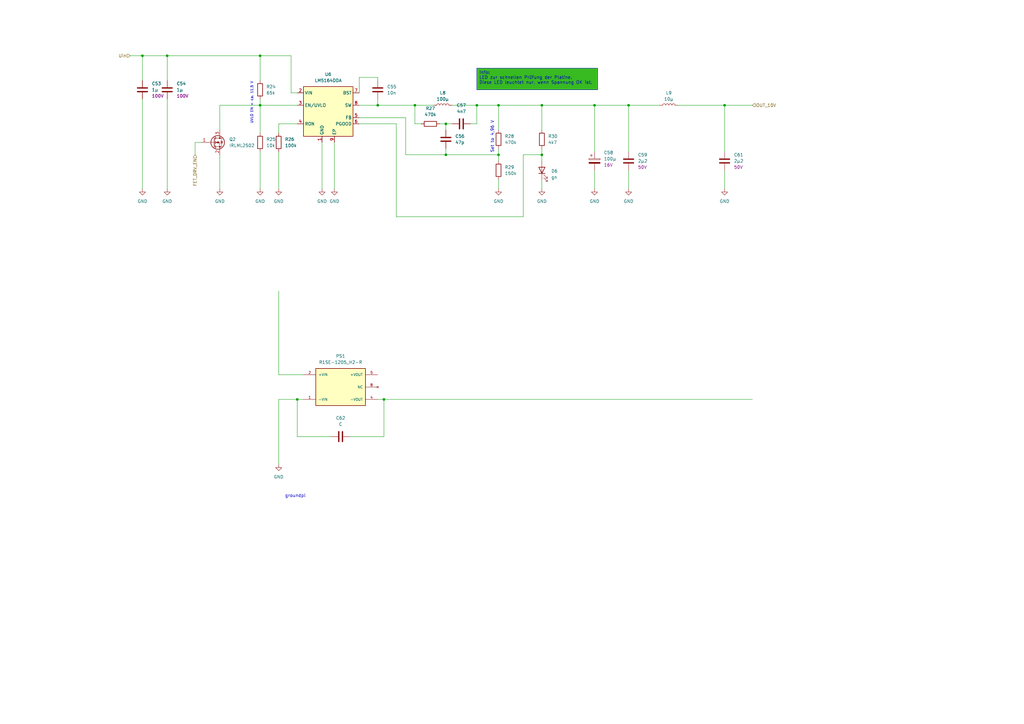
<source format=kicad_sch>
(kicad_sch
	(version 20231120)
	(generator "eeschema")
	(generator_version "8.0")
	(uuid "1f55cf4d-26ae-4982-90d9-8e2abc595fc6")
	(paper "A3")
	(lib_symbols
		(symbol "Device:C"
			(pin_numbers hide)
			(pin_names
				(offset 0.254)
			)
			(exclude_from_sim no)
			(in_bom yes)
			(on_board yes)
			(property "Reference" "C"
				(at 0.635 2.54 0)
				(effects
					(font
						(size 1.27 1.27)
					)
					(justify left)
				)
			)
			(property "Value" "C"
				(at 0.635 -2.54 0)
				(effects
					(font
						(size 1.27 1.27)
					)
					(justify left)
				)
			)
			(property "Footprint" ""
				(at 0.9652 -3.81 0)
				(effects
					(font
						(size 1.27 1.27)
					)
					(hide yes)
				)
			)
			(property "Datasheet" "~"
				(at 0 0 0)
				(effects
					(font
						(size 1.27 1.27)
					)
					(hide yes)
				)
			)
			(property "Description" "Unpolarized capacitor"
				(at 0 0 0)
				(effects
					(font
						(size 1.27 1.27)
					)
					(hide yes)
				)
			)
			(property "ki_keywords" "cap capacitor"
				(at 0 0 0)
				(effects
					(font
						(size 1.27 1.27)
					)
					(hide yes)
				)
			)
			(property "ki_fp_filters" "C_*"
				(at 0 0 0)
				(effects
					(font
						(size 1.27 1.27)
					)
					(hide yes)
				)
			)
			(symbol "C_0_1"
				(polyline
					(pts
						(xy -2.032 -0.762) (xy 2.032 -0.762)
					)
					(stroke
						(width 0.508)
						(type default)
					)
					(fill
						(type none)
					)
				)
				(polyline
					(pts
						(xy -2.032 0.762) (xy 2.032 0.762)
					)
					(stroke
						(width 0.508)
						(type default)
					)
					(fill
						(type none)
					)
				)
			)
			(symbol "C_1_1"
				(pin passive line
					(at 0 3.81 270)
					(length 2.794)
					(name "~"
						(effects
							(font
								(size 1.27 1.27)
							)
						)
					)
					(number "1"
						(effects
							(font
								(size 1.27 1.27)
							)
						)
					)
				)
				(pin passive line
					(at 0 -3.81 90)
					(length 2.794)
					(name "~"
						(effects
							(font
								(size 1.27 1.27)
							)
						)
					)
					(number "2"
						(effects
							(font
								(size 1.27 1.27)
							)
						)
					)
				)
			)
		)
		(symbol "Device:C_Polarized"
			(pin_numbers hide)
			(pin_names
				(offset 0.254)
			)
			(exclude_from_sim no)
			(in_bom yes)
			(on_board yes)
			(property "Reference" "C"
				(at 0.635 2.54 0)
				(effects
					(font
						(size 1.27 1.27)
					)
					(justify left)
				)
			)
			(property "Value" "C_Polarized"
				(at 0.635 -2.54 0)
				(effects
					(font
						(size 1.27 1.27)
					)
					(justify left)
				)
			)
			(property "Footprint" ""
				(at 0.9652 -3.81 0)
				(effects
					(font
						(size 1.27 1.27)
					)
					(hide yes)
				)
			)
			(property "Datasheet" "~"
				(at 0 0 0)
				(effects
					(font
						(size 1.27 1.27)
					)
					(hide yes)
				)
			)
			(property "Description" "Polarized capacitor"
				(at 0 0 0)
				(effects
					(font
						(size 1.27 1.27)
					)
					(hide yes)
				)
			)
			(property "ki_keywords" "cap capacitor"
				(at 0 0 0)
				(effects
					(font
						(size 1.27 1.27)
					)
					(hide yes)
				)
			)
			(property "ki_fp_filters" "CP_*"
				(at 0 0 0)
				(effects
					(font
						(size 1.27 1.27)
					)
					(hide yes)
				)
			)
			(symbol "C_Polarized_0_1"
				(rectangle
					(start -2.286 0.508)
					(end 2.286 1.016)
					(stroke
						(width 0)
						(type default)
					)
					(fill
						(type none)
					)
				)
				(polyline
					(pts
						(xy -1.778 2.286) (xy -0.762 2.286)
					)
					(stroke
						(width 0)
						(type default)
					)
					(fill
						(type none)
					)
				)
				(polyline
					(pts
						(xy -1.27 2.794) (xy -1.27 1.778)
					)
					(stroke
						(width 0)
						(type default)
					)
					(fill
						(type none)
					)
				)
				(rectangle
					(start 2.286 -0.508)
					(end -2.286 -1.016)
					(stroke
						(width 0)
						(type default)
					)
					(fill
						(type outline)
					)
				)
			)
			(symbol "C_Polarized_1_1"
				(pin passive line
					(at 0 3.81 270)
					(length 2.794)
					(name "~"
						(effects
							(font
								(size 1.27 1.27)
							)
						)
					)
					(number "1"
						(effects
							(font
								(size 1.27 1.27)
							)
						)
					)
				)
				(pin passive line
					(at 0 -3.81 90)
					(length 2.794)
					(name "~"
						(effects
							(font
								(size 1.27 1.27)
							)
						)
					)
					(number "2"
						(effects
							(font
								(size 1.27 1.27)
							)
						)
					)
				)
			)
		)
		(symbol "Device:L"
			(pin_numbers hide)
			(pin_names
				(offset 1.016) hide)
			(exclude_from_sim no)
			(in_bom yes)
			(on_board yes)
			(property "Reference" "L"
				(at -1.27 0 90)
				(effects
					(font
						(size 1.27 1.27)
					)
				)
			)
			(property "Value" "L"
				(at 1.905 0 90)
				(effects
					(font
						(size 1.27 1.27)
					)
				)
			)
			(property "Footprint" ""
				(at 0 0 0)
				(effects
					(font
						(size 1.27 1.27)
					)
					(hide yes)
				)
			)
			(property "Datasheet" "~"
				(at 0 0 0)
				(effects
					(font
						(size 1.27 1.27)
					)
					(hide yes)
				)
			)
			(property "Description" "Inductor"
				(at 0 0 0)
				(effects
					(font
						(size 1.27 1.27)
					)
					(hide yes)
				)
			)
			(property "ki_keywords" "inductor choke coil reactor magnetic"
				(at 0 0 0)
				(effects
					(font
						(size 1.27 1.27)
					)
					(hide yes)
				)
			)
			(property "ki_fp_filters" "Choke_* *Coil* Inductor_* L_*"
				(at 0 0 0)
				(effects
					(font
						(size 1.27 1.27)
					)
					(hide yes)
				)
			)
			(symbol "L_0_1"
				(arc
					(start 0 -2.54)
					(mid 0.6323 -1.905)
					(end 0 -1.27)
					(stroke
						(width 0)
						(type default)
					)
					(fill
						(type none)
					)
				)
				(arc
					(start 0 -1.27)
					(mid 0.6323 -0.635)
					(end 0 0)
					(stroke
						(width 0)
						(type default)
					)
					(fill
						(type none)
					)
				)
				(arc
					(start 0 0)
					(mid 0.6323 0.635)
					(end 0 1.27)
					(stroke
						(width 0)
						(type default)
					)
					(fill
						(type none)
					)
				)
				(arc
					(start 0 1.27)
					(mid 0.6323 1.905)
					(end 0 2.54)
					(stroke
						(width 0)
						(type default)
					)
					(fill
						(type none)
					)
				)
			)
			(symbol "L_1_1"
				(pin passive line
					(at 0 3.81 270)
					(length 1.27)
					(name "1"
						(effects
							(font
								(size 1.27 1.27)
							)
						)
					)
					(number "1"
						(effects
							(font
								(size 1.27 1.27)
							)
						)
					)
				)
				(pin passive line
					(at 0 -3.81 90)
					(length 1.27)
					(name "2"
						(effects
							(font
								(size 1.27 1.27)
							)
						)
					)
					(number "2"
						(effects
							(font
								(size 1.27 1.27)
							)
						)
					)
				)
			)
		)
		(symbol "Device:LED"
			(pin_numbers hide)
			(pin_names
				(offset 1.016) hide)
			(exclude_from_sim no)
			(in_bom yes)
			(on_board yes)
			(property "Reference" "D"
				(at 0 2.54 0)
				(effects
					(font
						(size 1.27 1.27)
					)
				)
			)
			(property "Value" "LED"
				(at 0 -2.54 0)
				(effects
					(font
						(size 1.27 1.27)
					)
				)
			)
			(property "Footprint" ""
				(at 0 0 0)
				(effects
					(font
						(size 1.27 1.27)
					)
					(hide yes)
				)
			)
			(property "Datasheet" "~"
				(at 0 0 0)
				(effects
					(font
						(size 1.27 1.27)
					)
					(hide yes)
				)
			)
			(property "Description" "Light emitting diode"
				(at 0 0 0)
				(effects
					(font
						(size 1.27 1.27)
					)
					(hide yes)
				)
			)
			(property "ki_keywords" "LED diode"
				(at 0 0 0)
				(effects
					(font
						(size 1.27 1.27)
					)
					(hide yes)
				)
			)
			(property "ki_fp_filters" "LED* LED_SMD:* LED_THT:*"
				(at 0 0 0)
				(effects
					(font
						(size 1.27 1.27)
					)
					(hide yes)
				)
			)
			(symbol "LED_0_1"
				(polyline
					(pts
						(xy -1.27 -1.27) (xy -1.27 1.27)
					)
					(stroke
						(width 0.254)
						(type default)
					)
					(fill
						(type none)
					)
				)
				(polyline
					(pts
						(xy -1.27 0) (xy 1.27 0)
					)
					(stroke
						(width 0)
						(type default)
					)
					(fill
						(type none)
					)
				)
				(polyline
					(pts
						(xy 1.27 -1.27) (xy 1.27 1.27) (xy -1.27 0) (xy 1.27 -1.27)
					)
					(stroke
						(width 0.254)
						(type default)
					)
					(fill
						(type none)
					)
				)
				(polyline
					(pts
						(xy -3.048 -0.762) (xy -4.572 -2.286) (xy -3.81 -2.286) (xy -4.572 -2.286) (xy -4.572 -1.524)
					)
					(stroke
						(width 0)
						(type default)
					)
					(fill
						(type none)
					)
				)
				(polyline
					(pts
						(xy -1.778 -0.762) (xy -3.302 -2.286) (xy -2.54 -2.286) (xy -3.302 -2.286) (xy -3.302 -1.524)
					)
					(stroke
						(width 0)
						(type default)
					)
					(fill
						(type none)
					)
				)
			)
			(symbol "LED_1_1"
				(pin passive line
					(at -3.81 0 0)
					(length 2.54)
					(name "K"
						(effects
							(font
								(size 1.27 1.27)
							)
						)
					)
					(number "1"
						(effects
							(font
								(size 1.27 1.27)
							)
						)
					)
				)
				(pin passive line
					(at 3.81 0 180)
					(length 2.54)
					(name "A"
						(effects
							(font
								(size 1.27 1.27)
							)
						)
					)
					(number "2"
						(effects
							(font
								(size 1.27 1.27)
							)
						)
					)
				)
			)
		)
		(symbol "Device:R"
			(pin_numbers hide)
			(pin_names
				(offset 0)
			)
			(exclude_from_sim no)
			(in_bom yes)
			(on_board yes)
			(property "Reference" "R"
				(at 2.032 0 90)
				(effects
					(font
						(size 1.27 1.27)
					)
				)
			)
			(property "Value" "R"
				(at 0 0 90)
				(effects
					(font
						(size 1.27 1.27)
					)
				)
			)
			(property "Footprint" ""
				(at -1.778 0 90)
				(effects
					(font
						(size 1.27 1.27)
					)
					(hide yes)
				)
			)
			(property "Datasheet" "~"
				(at 0 0 0)
				(effects
					(font
						(size 1.27 1.27)
					)
					(hide yes)
				)
			)
			(property "Description" "Resistor"
				(at 0 0 0)
				(effects
					(font
						(size 1.27 1.27)
					)
					(hide yes)
				)
			)
			(property "ki_keywords" "R res resistor"
				(at 0 0 0)
				(effects
					(font
						(size 1.27 1.27)
					)
					(hide yes)
				)
			)
			(property "ki_fp_filters" "R_*"
				(at 0 0 0)
				(effects
					(font
						(size 1.27 1.27)
					)
					(hide yes)
				)
			)
			(symbol "R_0_1"
				(rectangle
					(start -1.016 -2.54)
					(end 1.016 2.54)
					(stroke
						(width 0.254)
						(type default)
					)
					(fill
						(type none)
					)
				)
			)
			(symbol "R_1_1"
				(pin passive line
					(at 0 3.81 270)
					(length 1.27)
					(name "~"
						(effects
							(font
								(size 1.27 1.27)
							)
						)
					)
					(number "1"
						(effects
							(font
								(size 1.27 1.27)
							)
						)
					)
				)
				(pin passive line
					(at 0 -3.81 90)
					(length 1.27)
					(name "~"
						(effects
							(font
								(size 1.27 1.27)
							)
						)
					)
					(number "2"
						(effects
							(font
								(size 1.27 1.27)
							)
						)
					)
				)
			)
		)
		(symbol "R1SE-1205_H2-R:R1SE-1205_H2-R"
			(pin_names
				(offset 1.016)
			)
			(exclude_from_sim no)
			(in_bom yes)
			(on_board yes)
			(property "Reference" "PS"
				(at -10.16 8.128 0)
				(effects
					(font
						(size 1.27 1.27)
					)
					(justify left bottom)
				)
			)
			(property "Value" "R1SE-1205_H2-R"
				(at -10.16 -10.16 0)
				(effects
					(font
						(size 1.27 1.27)
					)
					(justify left bottom)
				)
			)
			(property "Footprint" "R1SE-1205_H2-R:CONV_R1SE-1205_H2-R"
				(at 0 0 0)
				(effects
					(font
						(size 1.27 1.27)
					)
					(justify bottom)
					(hide yes)
				)
			)
			(property "Datasheet" ""
				(at 0 0 0)
				(effects
					(font
						(size 1.27 1.27)
					)
					(hide yes)
				)
			)
			(property "Description" ""
				(at 0 0 0)
				(effects
					(font
						(size 1.27 1.27)
					)
					(hide yes)
				)
			)
			(property "MF" "Recom Power"
				(at 0 0 0)
				(effects
					(font
						(size 1.27 1.27)
					)
					(justify bottom)
					(hide yes)
				)
			)
			(property "MAXIMUM_PACKAGE_HEIGHT" "7.0mm"
				(at 0 0 0)
				(effects
					(font
						(size 1.27 1.27)
					)
					(justify bottom)
					(hide yes)
				)
			)
			(property "Package" "None"
				(at 0 0 0)
				(effects
					(font
						(size 1.27 1.27)
					)
					(justify bottom)
					(hide yes)
				)
			)
			(property "Price" "None"
				(at 0 0 0)
				(effects
					(font
						(size 1.27 1.27)
					)
					(justify bottom)
					(hide yes)
				)
			)
			(property "Check_prices" "https://www.snapeda.com/parts/R1SE-1205/H2-R/Recom+Power/view-part/?ref=eda"
				(at 0 0 0)
				(effects
					(font
						(size 1.27 1.27)
					)
					(justify bottom)
					(hide yes)
				)
			)
			(property "STANDARD" "Manufacturer Recommendations"
				(at 0 0 0)
				(effects
					(font
						(size 1.27 1.27)
					)
					(justify bottom)
					(hide yes)
				)
			)
			(property "PARTREV" "3"
				(at 0 0 0)
				(effects
					(font
						(size 1.27 1.27)
					)
					(justify bottom)
					(hide yes)
				)
			)
			(property "SnapEDA_Link" "https://www.snapeda.com/parts/R1SE-1205/H2-R/Recom+Power/view-part/?ref=snap"
				(at 0 0 0)
				(effects
					(font
						(size 1.27 1.27)
					)
					(justify bottom)
					(hide yes)
				)
			)
			(property "MP" "R1SE-1205/H2-R"
				(at 0 0 0)
				(effects
					(font
						(size 1.27 1.27)
					)
					(justify bottom)
					(hide yes)
				)
			)
			(property "Purchase-URL" "https://www.snapeda.com/api/url_track_click_mouser/?unipart_id=3215462&manufacturer=Recom Power&part_name=R1SE-1205/H2-R&search_term=none"
				(at 0 0 0)
				(effects
					(font
						(size 1.27 1.27)
					)
					(justify bottom)
					(hide yes)
				)
			)
			(property "Description_1" "\nPower Supply; DC-DC; 1W; 12V In, 5V Out; Enclosed; PCB Mount; R15E Series | RECOM Power Inc. R1SE-1205/H2-R\n"
				(at 0 0 0)
				(effects
					(font
						(size 1.27 1.27)
					)
					(justify bottom)
					(hide yes)
				)
			)
			(property "Availability" "In Stock"
				(at 0 0 0)
				(effects
					(font
						(size 1.27 1.27)
					)
					(justify bottom)
					(hide yes)
				)
			)
			(property "MANUFACTURER" "RECOM"
				(at 0 0 0)
				(effects
					(font
						(size 1.27 1.27)
					)
					(justify bottom)
					(hide yes)
				)
			)
			(symbol "R1SE-1205_H2-R_0_0"
				(rectangle
					(start -10.16 -7.62)
					(end 10.16 7.62)
					(stroke
						(width 0.254)
						(type default)
					)
					(fill
						(type background)
					)
				)
				(pin input line
					(at -15.24 -5.08 0)
					(length 5.08)
					(name "-VIN"
						(effects
							(font
								(size 1.016 1.016)
							)
						)
					)
					(number "1"
						(effects
							(font
								(size 1.016 1.016)
							)
						)
					)
				)
				(pin input line
					(at -15.24 5.08 0)
					(length 5.08)
					(name "+VIN"
						(effects
							(font
								(size 1.016 1.016)
							)
						)
					)
					(number "2"
						(effects
							(font
								(size 1.016 1.016)
							)
						)
					)
				)
				(pin output line
					(at 15.24 -5.08 180)
					(length 5.08)
					(name "-VOUT"
						(effects
							(font
								(size 1.016 1.016)
							)
						)
					)
					(number "4"
						(effects
							(font
								(size 1.016 1.016)
							)
						)
					)
				)
				(pin output line
					(at 15.24 5.08 180)
					(length 5.08)
					(name "+VOUT"
						(effects
							(font
								(size 1.016 1.016)
							)
						)
					)
					(number "5"
						(effects
							(font
								(size 1.016 1.016)
							)
						)
					)
				)
				(pin no_connect line
					(at 15.24 0 180)
					(length 5.08)
					(name "NC"
						(effects
							(font
								(size 1.016 1.016)
							)
						)
					)
					(number "8"
						(effects
							(font
								(size 1.016 1.016)
							)
						)
					)
				)
			)
		)
		(symbol "Regulator_Switching:LM5164DDA"
			(exclude_from_sim no)
			(in_bom yes)
			(on_board yes)
			(property "Reference" "U"
				(at -8.89 11.43 0)
				(effects
					(font
						(size 1.27 1.27)
					)
				)
			)
			(property "Value" "LM5164DDA"
				(at 5.08 11.43 0)
				(effects
					(font
						(size 1.27 1.27)
					)
				)
			)
			(property "Footprint" "Package_SO:HSOP-8-1EP_3.9x4.9mm_P1.27mm_EP2.41x3.1mm_ThermalVias"
				(at 1.27 -11.43 0)
				(effects
					(font
						(size 1.27 1.27)
					)
					(hide yes)
				)
			)
			(property "Datasheet" "https://www.ti.com/lit/ds/symlink/lm5164.pdf?ts=1598311864250&ref_url=https%253A%252F%252Fwww.ti.com%252Fproduct%252FLM5164%253FHQS%253DTI-null-null-octopart-df-pf-null-wwe"
				(at -7.62 8.89 0)
				(effects
					(font
						(size 1.27 1.27)
					)
					(hide yes)
				)
			)
			(property "Description" "1A synchronous buck converter with ultra-low IQ, 6V - 100V input, adjustable output voltage, HSOP-8"
				(at 0 0 0)
				(effects
					(font
						(size 1.27 1.27)
					)
					(hide yes)
				)
			)
			(property "ki_keywords" "step-down dc-dc buck regulator adjustable"
				(at 0 0 0)
				(effects
					(font
						(size 1.27 1.27)
					)
					(hide yes)
				)
			)
			(property "ki_fp_filters" "HSOP*1EP*3.9x4.9*P1.27mm*"
				(at 0 0 0)
				(effects
					(font
						(size 1.27 1.27)
					)
					(hide yes)
				)
			)
			(symbol "LM5164DDA_1_1"
				(rectangle
					(start -10.16 10.16)
					(end 10.16 -10.16)
					(stroke
						(width 0.254)
						(type default)
					)
					(fill
						(type background)
					)
				)
				(pin power_in line
					(at -2.54 -12.7 90)
					(length 2.54)
					(name "GND"
						(effects
							(font
								(size 1.27 1.27)
							)
						)
					)
					(number "1"
						(effects
							(font
								(size 1.27 1.27)
							)
						)
					)
				)
				(pin power_in line
					(at -12.7 7.62 0)
					(length 2.54)
					(name "VIN"
						(effects
							(font
								(size 1.27 1.27)
							)
						)
					)
					(number "2"
						(effects
							(font
								(size 1.27 1.27)
							)
						)
					)
				)
				(pin input line
					(at -12.7 2.54 0)
					(length 2.54)
					(name "EN/UVLO"
						(effects
							(font
								(size 1.27 1.27)
							)
						)
					)
					(number "3"
						(effects
							(font
								(size 1.27 1.27)
							)
						)
					)
				)
				(pin passive line
					(at -12.7 -5.08 0)
					(length 2.54)
					(name "RON"
						(effects
							(font
								(size 1.27 1.27)
							)
						)
					)
					(number "4"
						(effects
							(font
								(size 1.27 1.27)
							)
						)
					)
				)
				(pin input line
					(at 12.7 -2.54 180)
					(length 2.54)
					(name "FB"
						(effects
							(font
								(size 1.27 1.27)
							)
						)
					)
					(number "5"
						(effects
							(font
								(size 1.27 1.27)
							)
						)
					)
				)
				(pin open_collector line
					(at 12.7 -5.08 180)
					(length 2.54)
					(name "PGOOD"
						(effects
							(font
								(size 1.27 1.27)
							)
						)
					)
					(number "6"
						(effects
							(font
								(size 1.27 1.27)
							)
						)
					)
				)
				(pin passive line
					(at 12.7 7.62 180)
					(length 2.54)
					(name "BST"
						(effects
							(font
								(size 1.27 1.27)
							)
						)
					)
					(number "7"
						(effects
							(font
								(size 1.27 1.27)
							)
						)
					)
				)
				(pin power_out line
					(at 12.7 2.54 180)
					(length 2.54)
					(name "SW"
						(effects
							(font
								(size 1.27 1.27)
							)
						)
					)
					(number "8"
						(effects
							(font
								(size 1.27 1.27)
							)
						)
					)
				)
				(pin passive line
					(at 2.54 -12.7 90)
					(length 2.54)
					(name "EP"
						(effects
							(font
								(size 1.27 1.27)
							)
						)
					)
					(number "9"
						(effects
							(font
								(size 1.27 1.27)
							)
						)
					)
				)
			)
		)
		(symbol "Transistor_FET:IRLML0030"
			(pin_names hide)
			(exclude_from_sim no)
			(in_bom yes)
			(on_board yes)
			(property "Reference" "Q"
				(at 5.08 1.905 0)
				(effects
					(font
						(size 1.27 1.27)
					)
					(justify left)
				)
			)
			(property "Value" "IRLML0030"
				(at 5.08 0 0)
				(effects
					(font
						(size 1.27 1.27)
					)
					(justify left)
				)
			)
			(property "Footprint" "Package_TO_SOT_SMD:SOT-23"
				(at 5.08 -1.905 0)
				(effects
					(font
						(size 1.27 1.27)
						(italic yes)
					)
					(justify left)
					(hide yes)
				)
			)
			(property "Datasheet" "https://www.infineon.com/dgdl/irlml0030pbf.pdf?fileId=5546d462533600a401535664773825df"
				(at 5.08 -3.81 0)
				(effects
					(font
						(size 1.27 1.27)
					)
					(justify left)
					(hide yes)
				)
			)
			(property "Description" "5.3A Id, 30V Vds, 27mOhm Rds, N-Channel HEXFET Power MOSFET, SOT-23"
				(at 0 0 0)
				(effects
					(font
						(size 1.27 1.27)
					)
					(hide yes)
				)
			)
			(property "ki_keywords" "N-Channel HEXFET MOSFET Logic-Level"
				(at 0 0 0)
				(effects
					(font
						(size 1.27 1.27)
					)
					(hide yes)
				)
			)
			(property "ki_fp_filters" "SOT?23*"
				(at 0 0 0)
				(effects
					(font
						(size 1.27 1.27)
					)
					(hide yes)
				)
			)
			(symbol "IRLML0030_0_1"
				(polyline
					(pts
						(xy 0.254 0) (xy -2.54 0)
					)
					(stroke
						(width 0)
						(type default)
					)
					(fill
						(type none)
					)
				)
				(polyline
					(pts
						(xy 0.254 1.905) (xy 0.254 -1.905)
					)
					(stroke
						(width 0.254)
						(type default)
					)
					(fill
						(type none)
					)
				)
				(polyline
					(pts
						(xy 0.762 -1.27) (xy 0.762 -2.286)
					)
					(stroke
						(width 0.254)
						(type default)
					)
					(fill
						(type none)
					)
				)
				(polyline
					(pts
						(xy 0.762 0.508) (xy 0.762 -0.508)
					)
					(stroke
						(width 0.254)
						(type default)
					)
					(fill
						(type none)
					)
				)
				(polyline
					(pts
						(xy 0.762 2.286) (xy 0.762 1.27)
					)
					(stroke
						(width 0.254)
						(type default)
					)
					(fill
						(type none)
					)
				)
				(polyline
					(pts
						(xy 2.54 2.54) (xy 2.54 1.778)
					)
					(stroke
						(width 0)
						(type default)
					)
					(fill
						(type none)
					)
				)
				(polyline
					(pts
						(xy 2.54 -2.54) (xy 2.54 0) (xy 0.762 0)
					)
					(stroke
						(width 0)
						(type default)
					)
					(fill
						(type none)
					)
				)
				(polyline
					(pts
						(xy 0.762 -1.778) (xy 3.302 -1.778) (xy 3.302 1.778) (xy 0.762 1.778)
					)
					(stroke
						(width 0)
						(type default)
					)
					(fill
						(type none)
					)
				)
				(polyline
					(pts
						(xy 1.016 0) (xy 2.032 0.381) (xy 2.032 -0.381) (xy 1.016 0)
					)
					(stroke
						(width 0)
						(type default)
					)
					(fill
						(type outline)
					)
				)
				(polyline
					(pts
						(xy 2.794 0.508) (xy 2.921 0.381) (xy 3.683 0.381) (xy 3.81 0.254)
					)
					(stroke
						(width 0)
						(type default)
					)
					(fill
						(type none)
					)
				)
				(polyline
					(pts
						(xy 3.302 0.381) (xy 2.921 -0.254) (xy 3.683 -0.254) (xy 3.302 0.381)
					)
					(stroke
						(width 0)
						(type default)
					)
					(fill
						(type none)
					)
				)
				(circle
					(center 1.651 0)
					(radius 2.794)
					(stroke
						(width 0.254)
						(type default)
					)
					(fill
						(type none)
					)
				)
				(circle
					(center 2.54 -1.778)
					(radius 0.254)
					(stroke
						(width 0)
						(type default)
					)
					(fill
						(type outline)
					)
				)
				(circle
					(center 2.54 1.778)
					(radius 0.254)
					(stroke
						(width 0)
						(type default)
					)
					(fill
						(type outline)
					)
				)
			)
			(symbol "IRLML0030_1_1"
				(pin input line
					(at -5.08 0 0)
					(length 2.54)
					(name "G"
						(effects
							(font
								(size 1.27 1.27)
							)
						)
					)
					(number "1"
						(effects
							(font
								(size 1.27 1.27)
							)
						)
					)
				)
				(pin passive line
					(at 2.54 -5.08 90)
					(length 2.54)
					(name "S"
						(effects
							(font
								(size 1.27 1.27)
							)
						)
					)
					(number "2"
						(effects
							(font
								(size 1.27 1.27)
							)
						)
					)
				)
				(pin passive line
					(at 2.54 5.08 270)
					(length 2.54)
					(name "D"
						(effects
							(font
								(size 1.27 1.27)
							)
						)
					)
					(number "3"
						(effects
							(font
								(size 1.27 1.27)
							)
						)
					)
				)
			)
		)
		(symbol "power:GND"
			(power)
			(pin_names
				(offset 0)
			)
			(exclude_from_sim no)
			(in_bom yes)
			(on_board yes)
			(property "Reference" "#PWR"
				(at 0 -6.35 0)
				(effects
					(font
						(size 1.27 1.27)
					)
					(hide yes)
				)
			)
			(property "Value" "GND"
				(at 0 -3.81 0)
				(effects
					(font
						(size 1.27 1.27)
					)
				)
			)
			(property "Footprint" ""
				(at 0 0 0)
				(effects
					(font
						(size 1.27 1.27)
					)
					(hide yes)
				)
			)
			(property "Datasheet" ""
				(at 0 0 0)
				(effects
					(font
						(size 1.27 1.27)
					)
					(hide yes)
				)
			)
			(property "Description" "Power symbol creates a global label with name \"GND\" , ground"
				(at 0 0 0)
				(effects
					(font
						(size 1.27 1.27)
					)
					(hide yes)
				)
			)
			(property "ki_keywords" "global power"
				(at 0 0 0)
				(effects
					(font
						(size 1.27 1.27)
					)
					(hide yes)
				)
			)
			(symbol "GND_0_1"
				(polyline
					(pts
						(xy 0 0) (xy 0 -1.27) (xy 1.27 -1.27) (xy 0 -2.54) (xy -1.27 -1.27) (xy 0 -1.27)
					)
					(stroke
						(width 0)
						(type default)
					)
					(fill
						(type none)
					)
				)
			)
			(symbol "GND_1_1"
				(pin power_in line
					(at 0 0 270)
					(length 0) hide
					(name "GND"
						(effects
							(font
								(size 1.27 1.27)
							)
						)
					)
					(number "1"
						(effects
							(font
								(size 1.27 1.27)
							)
						)
					)
				)
			)
		)
	)
	(junction
		(at 222.25 63.5)
		(diameter 0)
		(color 0 0 0 0)
		(uuid "0e3237de-e5e0-4ff5-ba0d-09041182e1b0")
	)
	(junction
		(at 68.58 22.86)
		(diameter 0)
		(color 0 0 0 0)
		(uuid "38a5d0c6-9a3b-4744-8fc2-780e460f9731")
	)
	(junction
		(at 58.42 22.86)
		(diameter 0)
		(color 0 0 0 0)
		(uuid "4c8216e8-a660-4f6d-a246-b7e0e41da670")
	)
	(junction
		(at 257.81 43.18)
		(diameter 0)
		(color 0 0 0 0)
		(uuid "6f35c3e4-395b-44f7-98bd-f82f97d76ec4")
	)
	(junction
		(at 204.47 43.18)
		(diameter 0)
		(color 0 0 0 0)
		(uuid "7bd596e1-59a0-4f1c-9ac1-eaa184beeacf")
	)
	(junction
		(at 121.92 163.83)
		(diameter 0)
		(color 0 0 0 0)
		(uuid "7cb9edbb-b709-4fb4-8de6-6253b5061dfc")
	)
	(junction
		(at 157.48 163.83)
		(diameter 0)
		(color 0 0 0 0)
		(uuid "83d9ad27-6cfe-42ca-84ce-28ab1d48c8ca")
	)
	(junction
		(at 204.47 63.5)
		(diameter 0)
		(color 0 0 0 0)
		(uuid "85911eec-5ec5-4c30-a31d-cabd79192a2e")
	)
	(junction
		(at 222.25 43.18)
		(diameter 0)
		(color 0 0 0 0)
		(uuid "92df7d4d-1255-43ff-aac8-7dd43af86412")
	)
	(junction
		(at 182.88 63.5)
		(diameter 0)
		(color 0 0 0 0)
		(uuid "95057afb-0831-4e7a-9481-598b50e177b7")
	)
	(junction
		(at 243.84 43.18)
		(diameter 0)
		(color 0 0 0 0)
		(uuid "be92eb02-9e27-46b8-a10b-ab571931d2a7")
	)
	(junction
		(at 170.18 43.18)
		(diameter 0)
		(color 0 0 0 0)
		(uuid "c31f8613-1960-41d2-93dc-038a71bff3e3")
	)
	(junction
		(at 297.18 43.18)
		(diameter 0)
		(color 0 0 0 0)
		(uuid "c3e1f15c-ddf6-44cb-9ed5-61cbaff350a7")
	)
	(junction
		(at 182.88 50.8)
		(diameter 0)
		(color 0 0 0 0)
		(uuid "cbae1515-b874-4d1b-8d43-b3223bcad41c")
	)
	(junction
		(at 106.68 22.86)
		(diameter 0)
		(color 0 0 0 0)
		(uuid "cd5c26d7-d782-4a9c-9594-c4cb135d611a")
	)
	(junction
		(at 106.68 43.18)
		(diameter 0)
		(color 0 0 0 0)
		(uuid "dbfb8772-e757-49f1-b252-0cd35c636376")
	)
	(junction
		(at 154.94 43.18)
		(diameter 0)
		(color 0 0 0 0)
		(uuid "e924063c-9f0f-4e61-a487-ab0ae591146d")
	)
	(junction
		(at 195.58 43.18)
		(diameter 0)
		(color 0 0 0 0)
		(uuid "f6caf0d4-2071-4368-afe1-84d2bb97a7ea")
	)
	(wire
		(pts
			(xy 53.34 22.86) (xy 58.42 22.86)
		)
		(stroke
			(width 0)
			(type default)
		)
		(uuid "062f84b3-517e-4d64-82e3-8356cc8b0573")
	)
	(wire
		(pts
			(xy 162.56 50.8) (xy 162.56 88.9)
		)
		(stroke
			(width 0)
			(type default)
		)
		(uuid "0691a454-19db-4fd9-b34e-49ed8a9b2762")
	)
	(wire
		(pts
			(xy 182.88 60.96) (xy 182.88 63.5)
		)
		(stroke
			(width 0)
			(type default)
		)
		(uuid "08a4e189-9469-419c-a7e5-8cd64c06203a")
	)
	(wire
		(pts
			(xy 172.72 50.8) (xy 170.18 50.8)
		)
		(stroke
			(width 0)
			(type default)
		)
		(uuid "0adf6f3f-18d2-4a42-8462-bf282175eb49")
	)
	(wire
		(pts
			(xy 58.42 22.86) (xy 58.42 33.02)
		)
		(stroke
			(width 0)
			(type default)
		)
		(uuid "0d70a72e-5a0d-4942-ae91-d6d4eb44369c")
	)
	(wire
		(pts
			(xy 222.25 63.5) (xy 214.63 63.5)
		)
		(stroke
			(width 0)
			(type default)
		)
		(uuid "0d7fbf0b-d78a-4e70-a4b7-045ab44b5a8a")
	)
	(wire
		(pts
			(xy 157.48 163.83) (xy 308.61 163.83)
		)
		(stroke
			(width 0)
			(type default)
		)
		(uuid "0f7dbc89-29af-443d-90b9-fd76459c082e")
	)
	(wire
		(pts
			(xy 90.17 43.18) (xy 106.68 43.18)
		)
		(stroke
			(width 0)
			(type default)
		)
		(uuid "0f997df0-6d4a-4508-b03a-f57508c222f3")
	)
	(wire
		(pts
			(xy 106.68 62.23) (xy 106.68 77.47)
		)
		(stroke
			(width 0)
			(type default)
		)
		(uuid "0fbaca7e-4fe6-4b4a-8fd7-5b22f72a1ea0")
	)
	(wire
		(pts
			(xy 278.13 43.18) (xy 297.18 43.18)
		)
		(stroke
			(width 0)
			(type default)
		)
		(uuid "19dfff5a-e2db-403c-8616-6243ec8be3d0")
	)
	(wire
		(pts
			(xy 90.17 53.34) (xy 90.17 43.18)
		)
		(stroke
			(width 0)
			(type default)
		)
		(uuid "21cc6ff7-6f26-46dc-9ec8-5df39969db72")
	)
	(wire
		(pts
			(xy 132.08 58.42) (xy 132.08 77.47)
		)
		(stroke
			(width 0)
			(type default)
		)
		(uuid "24487a3f-fb85-4748-9a5b-d7c5728f2260")
	)
	(wire
		(pts
			(xy 193.04 50.8) (xy 195.58 50.8)
		)
		(stroke
			(width 0)
			(type default)
		)
		(uuid "2d3930e8-abb6-480c-a930-80afd856b449")
	)
	(wire
		(pts
			(xy 204.47 43.18) (xy 195.58 43.18)
		)
		(stroke
			(width 0)
			(type default)
		)
		(uuid "2f2bbed3-0bb7-47b2-ba4d-7d55b783787f")
	)
	(wire
		(pts
			(xy 58.42 40.64) (xy 58.42 77.47)
		)
		(stroke
			(width 0)
			(type default)
		)
		(uuid "3735e1c9-22b7-4d2c-b8ae-fc0789fe27c2")
	)
	(wire
		(pts
			(xy 243.84 43.18) (xy 257.81 43.18)
		)
		(stroke
			(width 0)
			(type default)
		)
		(uuid "435d11fc-9193-4a0d-a3c8-f372d0d1f1e0")
	)
	(wire
		(pts
			(xy 222.25 60.96) (xy 222.25 63.5)
		)
		(stroke
			(width 0)
			(type default)
		)
		(uuid "454a9491-6345-4346-b3c3-5ae126e661f4")
	)
	(wire
		(pts
			(xy 180.34 50.8) (xy 182.88 50.8)
		)
		(stroke
			(width 0)
			(type default)
		)
		(uuid "45e23808-b8d8-43b3-936b-b5ba3d19d561")
	)
	(wire
		(pts
			(xy 297.18 43.18) (xy 308.61 43.18)
		)
		(stroke
			(width 0)
			(type default)
		)
		(uuid "46ca3d7f-d3ff-42f3-8604-6167c6d05ad1")
	)
	(wire
		(pts
			(xy 297.18 69.85) (xy 297.18 77.47)
		)
		(stroke
			(width 0)
			(type default)
		)
		(uuid "47db1f0c-7626-4231-a286-fb4b56064bef")
	)
	(wire
		(pts
			(xy 204.47 73.66) (xy 204.47 77.47)
		)
		(stroke
			(width 0)
			(type default)
		)
		(uuid "494431ce-4057-49e0-b574-140d193e9c72")
	)
	(wire
		(pts
			(xy 170.18 43.18) (xy 177.8 43.18)
		)
		(stroke
			(width 0)
			(type default)
		)
		(uuid "4de785e7-a55e-441e-9dc7-27a2e903953e")
	)
	(wire
		(pts
			(xy 147.32 43.18) (xy 154.94 43.18)
		)
		(stroke
			(width 0)
			(type default)
		)
		(uuid "53f49062-1c4f-4d44-953b-1a7f09d53e86")
	)
	(wire
		(pts
			(xy 114.3 50.8) (xy 121.92 50.8)
		)
		(stroke
			(width 0)
			(type default)
		)
		(uuid "5d39cf54-483c-44ac-ab9e-9cfefc756a29")
	)
	(wire
		(pts
			(xy 204.47 63.5) (xy 204.47 66.04)
		)
		(stroke
			(width 0)
			(type default)
		)
		(uuid "5ff91bae-1d27-4919-af57-cb8fcce18043")
	)
	(wire
		(pts
			(xy 182.88 50.8) (xy 185.42 50.8)
		)
		(stroke
			(width 0)
			(type default)
		)
		(uuid "60bd698a-b50c-4c2e-b63c-31232c9333c3")
	)
	(wire
		(pts
			(xy 162.56 88.9) (xy 214.63 88.9)
		)
		(stroke
			(width 0)
			(type default)
		)
		(uuid "616a4712-4715-45bb-91cf-86a05c36c410")
	)
	(wire
		(pts
			(xy 135.89 179.07) (xy 121.92 179.07)
		)
		(stroke
			(width 0)
			(type default)
		)
		(uuid "63b3147c-5d31-41db-b594-e69aeefaf64d")
	)
	(wire
		(pts
			(xy 222.25 43.18) (xy 222.25 53.34)
		)
		(stroke
			(width 0)
			(type default)
		)
		(uuid "6680be05-3d13-413e-b519-c63989897f23")
	)
	(wire
		(pts
			(xy 114.3 54.61) (xy 114.3 50.8)
		)
		(stroke
			(width 0)
			(type default)
		)
		(uuid "6699bee9-0124-43c3-867d-6f02c75d1955")
	)
	(wire
		(pts
			(xy 182.88 63.5) (xy 166.37 63.5)
		)
		(stroke
			(width 0)
			(type default)
		)
		(uuid "69168ab1-81ff-45ef-a313-308490522c30")
	)
	(wire
		(pts
			(xy 166.37 48.26) (xy 147.32 48.26)
		)
		(stroke
			(width 0)
			(type default)
		)
		(uuid "6c8e6ec4-fbc8-4fbf-92bf-3f84b1738f37")
	)
	(wire
		(pts
			(xy 297.18 62.23) (xy 297.18 43.18)
		)
		(stroke
			(width 0)
			(type default)
		)
		(uuid "77c61c08-82db-4601-a0fd-178902db3b7d")
	)
	(wire
		(pts
			(xy 121.92 163.83) (xy 114.3 163.83)
		)
		(stroke
			(width 0)
			(type default)
		)
		(uuid "7e50e5fb-85d0-46c3-aaef-04309ee542c1")
	)
	(wire
		(pts
			(xy 68.58 40.64) (xy 68.58 77.47)
		)
		(stroke
			(width 0)
			(type default)
		)
		(uuid "7f6fb200-dde0-4902-bd9c-681c4aba38ae")
	)
	(wire
		(pts
			(xy 154.94 40.64) (xy 154.94 43.18)
		)
		(stroke
			(width 0)
			(type default)
		)
		(uuid "80ed999b-8a84-41a4-9012-5eb4bbf7b3fe")
	)
	(wire
		(pts
			(xy 182.88 63.5) (xy 204.47 63.5)
		)
		(stroke
			(width 0)
			(type default)
		)
		(uuid "883ab89f-b698-4605-ad78-0852aed37ff9")
	)
	(wire
		(pts
			(xy 214.63 63.5) (xy 214.63 88.9)
		)
		(stroke
			(width 0)
			(type default)
		)
		(uuid "8893a0c6-ba63-457a-aa19-4dc950852f91")
	)
	(wire
		(pts
			(xy 170.18 43.18) (xy 170.18 50.8)
		)
		(stroke
			(width 0)
			(type default)
		)
		(uuid "893284f5-507e-45b6-bede-9d525b3387e4")
	)
	(wire
		(pts
			(xy 119.38 22.86) (xy 119.38 38.1)
		)
		(stroke
			(width 0)
			(type default)
		)
		(uuid "8bbc0ac7-e857-49fd-baa0-93fbbd2d6432")
	)
	(wire
		(pts
			(xy 154.94 31.75) (xy 154.94 33.02)
		)
		(stroke
			(width 0)
			(type default)
		)
		(uuid "8bdd055a-343f-4521-8919-13c6ab4a891f")
	)
	(wire
		(pts
			(xy 68.58 22.86) (xy 106.68 22.86)
		)
		(stroke
			(width 0)
			(type default)
		)
		(uuid "8d79e7af-9f4a-412f-802b-d6528cf326fc")
	)
	(wire
		(pts
			(xy 222.25 63.5) (xy 222.25 66.04)
		)
		(stroke
			(width 0)
			(type default)
		)
		(uuid "8de2e2a8-9bbc-4bcc-be70-7c2775d195eb")
	)
	(wire
		(pts
			(xy 68.58 33.02) (xy 68.58 22.86)
		)
		(stroke
			(width 0)
			(type default)
		)
		(uuid "8f696d49-75e6-43f7-97c7-f3efb967b9fd")
	)
	(wire
		(pts
			(xy 257.81 43.18) (xy 270.51 43.18)
		)
		(stroke
			(width 0)
			(type default)
		)
		(uuid "92da4332-96e3-495d-9047-10cd14d88a0c")
	)
	(wire
		(pts
			(xy 106.68 43.18) (xy 121.92 43.18)
		)
		(stroke
			(width 0)
			(type default)
		)
		(uuid "93500107-c7d6-4f3c-a647-fc25094d331b")
	)
	(wire
		(pts
			(xy 58.42 22.86) (xy 68.58 22.86)
		)
		(stroke
			(width 0)
			(type default)
		)
		(uuid "9413f3af-5cbb-4f54-819d-67018ad0c5c1")
	)
	(wire
		(pts
			(xy 114.3 163.83) (xy 114.3 190.5)
		)
		(stroke
			(width 0)
			(type default)
		)
		(uuid "957ca933-202c-47f3-92f1-6785a0e20383")
	)
	(wire
		(pts
			(xy 82.55 58.42) (xy 80.01 58.42)
		)
		(stroke
			(width 0)
			(type default)
		)
		(uuid "95ab356f-3a9d-4179-8895-f17921cdc2f8")
	)
	(wire
		(pts
			(xy 204.47 43.18) (xy 222.25 43.18)
		)
		(stroke
			(width 0)
			(type default)
		)
		(uuid "9a3a3422-d5d0-45a7-ab7b-53fd5737d7a8")
	)
	(wire
		(pts
			(xy 80.01 58.42) (xy 80.01 63.5)
		)
		(stroke
			(width 0)
			(type default)
		)
		(uuid "9bbfdb5c-ad46-4c0f-88c3-07badce1c291")
	)
	(wire
		(pts
			(xy 124.46 163.83) (xy 121.92 163.83)
		)
		(stroke
			(width 0)
			(type default)
		)
		(uuid "9f9b5580-d8d4-406f-90ac-fe57fddaadb6")
	)
	(wire
		(pts
			(xy 257.81 62.23) (xy 257.81 43.18)
		)
		(stroke
			(width 0)
			(type default)
		)
		(uuid "9ffe1d16-33a5-469b-8714-726f7d42e2e4")
	)
	(wire
		(pts
			(xy 106.68 40.64) (xy 106.68 43.18)
		)
		(stroke
			(width 0)
			(type default)
		)
		(uuid "a51ea46a-fb38-4e88-9ffe-5538815309e3")
	)
	(wire
		(pts
			(xy 119.38 38.1) (xy 121.92 38.1)
		)
		(stroke
			(width 0)
			(type default)
		)
		(uuid "a66663d9-22a2-4fd7-90bc-1f037da2941e")
	)
	(wire
		(pts
			(xy 154.94 43.18) (xy 170.18 43.18)
		)
		(stroke
			(width 0)
			(type default)
		)
		(uuid "aa9153b0-ff94-44fd-a19e-6b1f91139a2d")
	)
	(wire
		(pts
			(xy 147.32 50.8) (xy 162.56 50.8)
		)
		(stroke
			(width 0)
			(type default)
		)
		(uuid "aed0b74e-e4d5-4b38-be8c-bd8deb65575c")
	)
	(wire
		(pts
			(xy 106.68 22.86) (xy 119.38 22.86)
		)
		(stroke
			(width 0)
			(type default)
		)
		(uuid "b4b4cc33-d1ad-4183-892a-bb9bf28c8b6f")
	)
	(wire
		(pts
			(xy 106.68 33.02) (xy 106.68 22.86)
		)
		(stroke
			(width 0)
			(type default)
		)
		(uuid "b58fc26b-d60b-4505-ae03-78a58f3745fd")
	)
	(wire
		(pts
			(xy 147.32 31.75) (xy 147.32 38.1)
		)
		(stroke
			(width 0)
			(type default)
		)
		(uuid "baeca52d-40b0-4d23-8b15-be991938f593")
	)
	(wire
		(pts
			(xy 182.88 50.8) (xy 182.88 53.34)
		)
		(stroke
			(width 0)
			(type default)
		)
		(uuid "be34cd05-60c2-486f-82b0-ada5f4c45abd")
	)
	(wire
		(pts
			(xy 90.17 63.5) (xy 90.17 77.47)
		)
		(stroke
			(width 0)
			(type default)
		)
		(uuid "bef9d35b-8140-4c67-9265-d7991fe2d328")
	)
	(wire
		(pts
			(xy 195.58 43.18) (xy 185.42 43.18)
		)
		(stroke
			(width 0)
			(type default)
		)
		(uuid "bf0eda71-48e3-48da-9875-b9961eddb9de")
	)
	(wire
		(pts
			(xy 154.94 31.75) (xy 147.32 31.75)
		)
		(stroke
			(width 0)
			(type default)
		)
		(uuid "c1fe5084-0fef-45a2-848a-f6c714186113")
	)
	(wire
		(pts
			(xy 195.58 43.18) (xy 195.58 50.8)
		)
		(stroke
			(width 0)
			(type default)
		)
		(uuid "c836caf0-226f-4bf9-9a35-d68f729077f6")
	)
	(wire
		(pts
			(xy 114.3 153.67) (xy 114.3 119.38)
		)
		(stroke
			(width 0)
			(type default)
		)
		(uuid "c83ce39c-4276-4d20-995e-1e4aa91dbcf2")
	)
	(wire
		(pts
			(xy 166.37 63.5) (xy 166.37 48.26)
		)
		(stroke
			(width 0)
			(type default)
		)
		(uuid "d1e4c2f1-352a-4118-bf1a-182b52f6cfa0")
	)
	(wire
		(pts
			(xy 143.51 179.07) (xy 157.48 179.07)
		)
		(stroke
			(width 0)
			(type default)
		)
		(uuid "dae8f2b2-3f02-4452-a89c-57a77d706fd4")
	)
	(wire
		(pts
			(xy 243.84 69.85) (xy 243.84 77.47)
		)
		(stroke
			(width 0)
			(type default)
		)
		(uuid "dba051fd-18c5-44a6-a06a-89541592e03b")
	)
	(wire
		(pts
			(xy 204.47 60.96) (xy 204.47 63.5)
		)
		(stroke
			(width 0)
			(type default)
		)
		(uuid "e251936c-5645-46f4-b893-373e3a9d22ef")
	)
	(wire
		(pts
			(xy 124.46 153.67) (xy 114.3 153.67)
		)
		(stroke
			(width 0)
			(type default)
		)
		(uuid "e3c8f7f4-b7e2-402e-95be-c1cc4437a839")
	)
	(wire
		(pts
			(xy 222.25 43.18) (xy 243.84 43.18)
		)
		(stroke
			(width 0)
			(type default)
		)
		(uuid "e3d82c2b-1edf-4f92-819a-e80f539b1325")
	)
	(wire
		(pts
			(xy 222.25 73.66) (xy 222.25 77.47)
		)
		(stroke
			(width 0)
			(type default)
		)
		(uuid "e63c3fc1-c6f1-4aa1-89b8-e2308a87b143")
	)
	(wire
		(pts
			(xy 257.81 69.85) (xy 257.81 77.47)
		)
		(stroke
			(width 0)
			(type default)
		)
		(uuid "eaadb7cd-e71d-4085-baa4-71a075e0bebc")
	)
	(wire
		(pts
			(xy 114.3 62.23) (xy 114.3 77.47)
		)
		(stroke
			(width 0)
			(type default)
		)
		(uuid "ec76fc2c-cec9-4c05-ba1e-b079029aa582")
	)
	(wire
		(pts
			(xy 137.16 58.42) (xy 137.16 77.47)
		)
		(stroke
			(width 0)
			(type default)
		)
		(uuid "ef176fe5-7655-4017-a821-1b09f94ac46e")
	)
	(wire
		(pts
			(xy 154.94 163.83) (xy 157.48 163.83)
		)
		(stroke
			(width 0)
			(type default)
		)
		(uuid "f054be00-83bf-4d99-a34e-83f831e6cebf")
	)
	(wire
		(pts
			(xy 243.84 43.18) (xy 243.84 62.23)
		)
		(stroke
			(width 0)
			(type default)
		)
		(uuid "f2adbcc6-3bba-4317-8799-36af9cad5fd2")
	)
	(wire
		(pts
			(xy 157.48 179.07) (xy 157.48 163.83)
		)
		(stroke
			(width 0)
			(type default)
		)
		(uuid "f4d642de-ddca-4933-9be7-ba90a1c40775")
	)
	(wire
		(pts
			(xy 204.47 53.34) (xy 204.47 43.18)
		)
		(stroke
			(width 0)
			(type default)
		)
		(uuid "fa5915a1-1bcb-48d5-9ed8-b4ff088f6753")
	)
	(wire
		(pts
			(xy 121.92 163.83) (xy 121.92 179.07)
		)
		(stroke
			(width 0)
			(type default)
		)
		(uuid "fc374425-876d-4cfa-a4d3-a98c1c4e1064")
	)
	(wire
		(pts
			(xy 106.68 43.18) (xy 106.68 54.61)
		)
		(stroke
			(width 0)
			(type default)
		)
		(uuid "febf444e-e0a7-472a-a9ba-c073ed259294")
	)
	(text_box "Info:\nLED zur schnellen Prüfung der Platine.\nDiese LED leuchtet nur, wenn Spannung OK ist."
		(exclude_from_sim no)
		(at 195.58 27.94 0)
		(size 49.53 8.89)
		(stroke
			(width 0)
			(type default)
		)
		(fill
			(type color)
			(color 56 186 33 1)
		)
		(effects
			(font
				(size 1.27 1.27)
			)
			(justify left top)
		)
		(uuid "0bc5488e-76cb-44c8-9c0b-34b0c9dff616")
	)
	(text "UVLO EN < ca. 11,5 V\n"
		(exclude_from_sim no)
		(at 103.886 50.8 90)
		(effects
			(font
				(size 1 1)
			)
			(justify left bottom)
		)
		(uuid "36c879d1-f664-41dd-bf2e-ef699e0f3d1b")
	)
	(text "groundpl\n"
		(exclude_from_sim no)
		(at 121.158 203.454 0)
		(effects
			(font
				(size 1.27 1.27)
			)
		)
		(uuid "85290ae2-e809-4fd0-9011-3d7108c0e426")
	)
	(text "Set to 4,96 V\n"
		(exclude_from_sim no)
		(at 202.692 62.738 90)
		(effects
			(font
				(size 1.27 1.27)
			)
			(justify left bottom)
		)
		(uuid "a4e913cd-f191-4923-850a-06f36e06dba2")
	)
	(hierarchical_label "OUT_10V"
		(shape input)
		(at 308.61 43.18 0)
		(fields_autoplaced yes)
		(effects
			(font
				(size 1.27 1.27)
			)
			(justify left)
		)
		(uuid "9eb6f9d1-3466-4e4c-8585-dc5670607995")
	)
	(hierarchical_label "FET_DRV_EN"
		(shape input)
		(at 80.01 63.5 270)
		(fields_autoplaced yes)
		(effects
			(font
				(size 1.27 1.27)
			)
			(justify right)
		)
		(uuid "b6a5a610-559b-4794-8b46-a85da3e2dc74")
	)
	(hierarchical_label "Uin"
		(shape input)
		(at 53.34 22.86 180)
		(fields_autoplaced yes)
		(effects
			(font
				(size 1.27 1.27)
			)
			(justify right)
		)
		(uuid "e99c5062-d2b7-4292-9372-a61947b519d3")
	)
	(symbol
		(lib_id "Device:L")
		(at 274.32 43.18 90)
		(unit 1)
		(exclude_from_sim no)
		(in_bom yes)
		(on_board yes)
		(dnp no)
		(fields_autoplaced yes)
		(uuid "00d2f20b-f5cb-44e3-a489-6b2ea9adc75a")
		(property "Reference" "L9"
			(at 274.32 38.1 90)
			(effects
				(font
					(size 1.27 1.27)
				)
			)
		)
		(property "Value" "10µ"
			(at 274.32 40.64 90)
			(effects
				(font
					(size 1.27 1.27)
				)
			)
		)
		(property "Footprint" "Inductor_SMD:L_6.3x6.3_H3"
			(at 274.32 43.18 0)
			(effects
				(font
					(size 1.27 1.27)
				)
				(hide yes)
			)
		)
		(property "Datasheet" "~"
			(at 274.32 43.18 0)
			(effects
				(font
					(size 1.27 1.27)
				)
				(hide yes)
			)
		)
		(property "Description" "Inductor"
			(at 274.32 43.18 0)
			(effects
				(font
					(size 1.27 1.27)
				)
				(hide yes)
			)
		)
		(property "ECS Art#" "L098"
			(at 274.32 43.18 0)
			(effects
				(font
					(size 1.27 1.27)
				)
				(hide yes)
			)
		)
		(property "LCSC # ist Ersatztyp" "1"
			(at 274.32 43.18 0)
			(effects
				(font
					(size 1.27 1.27)
				)
				(hide yes)
			)
		)
		(property "LCSC Part #" ""
			(at 274.32 43.18 0)
			(effects
				(font
					(size 1.27 1.27)
				)
				(hide yes)
			)
		)
		(property "MPN" ""
			(at 274.32 43.18 0)
			(effects
				(font
					(size 1.27 1.27)
				)
				(hide yes)
			)
		)
		(property "Quantity" ""
			(at 274.32 43.18 0)
			(effects
				(font
					(size 1.27 1.27)
				)
				(hide yes)
			)
		)
		(property "Field-1" ""
			(at 274.32 43.18 0)
			(effects
				(font
					(size 1.27 1.27)
				)
				(hide yes)
			)
		)
		(property "JLCPCB Rotation Offset" ""
			(at 274.32 43.18 0)
			(effects
				(font
					(size 1.27 1.27)
				)
				(hide yes)
			)
		)
		(property "Voltage" ""
			(at 274.32 43.18 0)
			(effects
				(font
					(size 1.27 1.27)
				)
			)
		)
		(pin "1"
			(uuid "37bb2743-8adf-494d-a432-c51c72cecbe0")
		)
		(pin "2"
			(uuid "73b5cbb5-4b7c-4b2c-916a-60b2f4b4f0b1")
		)
		(instances
			(project "controll_board"
				(path "/c727c9ac-c904-48c5-97eb-b572033b6df0/9303620d-a01d-4480-ac24-c145b93d6321"
					(reference "L9")
					(unit 1)
				)
			)
		)
	)
	(symbol
		(lib_id "power:GND")
		(at 297.18 77.47 0)
		(unit 1)
		(exclude_from_sim no)
		(in_bom yes)
		(on_board yes)
		(dnp no)
		(fields_autoplaced yes)
		(uuid "069824f3-79f1-4850-a5c8-305698fe01e1")
		(property "Reference" "#PWR082"
			(at 297.18 83.82 0)
			(effects
				(font
					(size 1.27 1.27)
				)
				(hide yes)
			)
		)
		(property "Value" "GND"
			(at 297.18 82.55 0)
			(effects
				(font
					(size 1.27 1.27)
				)
			)
		)
		(property "Footprint" ""
			(at 297.18 77.47 0)
			(effects
				(font
					(size 1.27 1.27)
				)
				(hide yes)
			)
		)
		(property "Datasheet" ""
			(at 297.18 77.47 0)
			(effects
				(font
					(size 1.27 1.27)
				)
				(hide yes)
			)
		)
		(property "Description" "Power symbol creates a global label with name \"GND\" , ground"
			(at 297.18 77.47 0)
			(effects
				(font
					(size 1.27 1.27)
				)
				(hide yes)
			)
		)
		(pin "1"
			(uuid "542fcbec-4e4e-41bd-b67c-df0dd2dbb400")
		)
		(instances
			(project "controll_board"
				(path "/c727c9ac-c904-48c5-97eb-b572033b6df0/9303620d-a01d-4480-ac24-c145b93d6321"
					(reference "#PWR082")
					(unit 1)
				)
			)
		)
	)
	(symbol
		(lib_id "Device:C")
		(at 297.18 66.04 0)
		(unit 1)
		(exclude_from_sim no)
		(in_bom yes)
		(on_board yes)
		(dnp no)
		(fields_autoplaced yes)
		(uuid "0fd6eba8-6620-4920-959e-a5e2c4aa3f13")
		(property "Reference" "C61"
			(at 300.99 63.5 0)
			(effects
				(font
					(size 1.27 1.27)
				)
				(justify left)
			)
		)
		(property "Value" "2µ2"
			(at 300.99 66.04 0)
			(effects
				(font
					(size 1.27 1.27)
				)
				(justify left)
			)
		)
		(property "Footprint" "Capacitor_SMD:C_1210_3225Metric"
			(at 298.1452 69.85 0)
			(effects
				(font
					(size 1.27 1.27)
				)
				(hide yes)
			)
		)
		(property "Datasheet" "~"
			(at 297.18 66.04 0)
			(effects
				(font
					(size 1.27 1.27)
				)
				(hide yes)
			)
		)
		(property "Description" "Unpolarized capacitor"
			(at 297.18 66.04 0)
			(effects
				(font
					(size 1.27 1.27)
				)
				(hide yes)
			)
		)
		(property "Voltage" "50V"
			(at 300.99 68.58 0)
			(effects
				(font
					(size 1.27 1.27)
				)
				(justify left)
			)
		)
		(property "HAN" ""
			(at 297.18 66.04 0)
			(effects
				(font
					(size 1.27 1.27)
				)
			)
		)
		(property "ECS Art#" "C217"
			(at 297.18 66.04 0)
			(effects
				(font
					(size 1.27 1.27)
				)
				(hide yes)
			)
		)
		(property "LCSC Part #" "C307587"
			(at 297.18 66.04 0)
			(effects
				(font
					(size 1.27 1.27)
				)
				(hide yes)
			)
		)
		(property "MPN" "CL32B225KBJNNNE"
			(at 297.18 66.04 0)
			(effects
				(font
					(size 1.27 1.27)
				)
				(hide yes)
			)
		)
		(property "Quantity" ""
			(at 297.18 66.04 0)
			(effects
				(font
					(size 1.27 1.27)
				)
				(hide yes)
			)
		)
		(property "Field-1" ""
			(at 297.18 66.04 0)
			(effects
				(font
					(size 1.27 1.27)
				)
				(hide yes)
			)
		)
		(property "JLCPCB Rotation Offset" ""
			(at 297.18 66.04 0)
			(effects
				(font
					(size 1.27 1.27)
				)
				(hide yes)
			)
		)
		(pin "1"
			(uuid "cd828c0d-3481-4db7-a78c-c6c87c3fd3e9")
		)
		(pin "2"
			(uuid "f6051622-476e-42cf-828b-a22f18c02e55")
		)
		(instances
			(project "controll_board"
				(path "/c727c9ac-c904-48c5-97eb-b572033b6df0/9303620d-a01d-4480-ac24-c145b93d6321"
					(reference "C61")
					(unit 1)
				)
			)
		)
	)
	(symbol
		(lib_id "Device:C")
		(at 139.7 179.07 90)
		(unit 1)
		(exclude_from_sim no)
		(in_bom yes)
		(on_board yes)
		(dnp no)
		(fields_autoplaced yes)
		(uuid "130cfc09-1892-4297-a8c8-d26636285584")
		(property "Reference" "C62"
			(at 139.7 171.45 90)
			(effects
				(font
					(size 1.27 1.27)
				)
			)
		)
		(property "Value" "C"
			(at 139.7 173.99 90)
			(effects
				(font
					(size 1.27 1.27)
				)
			)
		)
		(property "Footprint" "Capacitor_SMD:C_0201_0603Metric"
			(at 143.51 178.1048 0)
			(effects
				(font
					(size 1.27 1.27)
				)
				(hide yes)
			)
		)
		(property "Datasheet" "~"
			(at 139.7 179.07 0)
			(effects
				(font
					(size 1.27 1.27)
				)
				(hide yes)
			)
		)
		(property "Description" "Unpolarized capacitor"
			(at 139.7 179.07 0)
			(effects
				(font
					(size 1.27 1.27)
				)
				(hide yes)
			)
		)
		(pin "2"
			(uuid "29473ba3-cfd9-4a41-a419-994d300dc136")
		)
		(pin "1"
			(uuid "a8465c30-d2af-4bed-83a5-f54719d4dcc2")
		)
		(instances
			(project "controll_board"
				(path "/c727c9ac-c904-48c5-97eb-b572033b6df0/9303620d-a01d-4480-ac24-c145b93d6321"
					(reference "C62")
					(unit 1)
				)
			)
		)
	)
	(symbol
		(lib_id "power:GND")
		(at 132.08 77.47 0)
		(unit 1)
		(exclude_from_sim no)
		(in_bom yes)
		(on_board yes)
		(dnp no)
		(fields_autoplaced yes)
		(uuid "176cf14a-cae9-4d3a-a0e1-7daff6d9939f")
		(property "Reference" "#PWR075"
			(at 132.08 83.82 0)
			(effects
				(font
					(size 1.27 1.27)
				)
				(hide yes)
			)
		)
		(property "Value" "GND"
			(at 132.08 82.55 0)
			(effects
				(font
					(size 1.27 1.27)
				)
			)
		)
		(property "Footprint" ""
			(at 132.08 77.47 0)
			(effects
				(font
					(size 1.27 1.27)
				)
				(hide yes)
			)
		)
		(property "Datasheet" ""
			(at 132.08 77.47 0)
			(effects
				(font
					(size 1.27 1.27)
				)
				(hide yes)
			)
		)
		(property "Description" "Power symbol creates a global label with name \"GND\" , ground"
			(at 132.08 77.47 0)
			(effects
				(font
					(size 1.27 1.27)
				)
				(hide yes)
			)
		)
		(pin "1"
			(uuid "5a80241d-b0b7-4c5f-b243-3f9cc39e8f9a")
		)
		(instances
			(project "controll_board"
				(path "/c727c9ac-c904-48c5-97eb-b572033b6df0/9303620d-a01d-4480-ac24-c145b93d6321"
					(reference "#PWR075")
					(unit 1)
				)
			)
		)
	)
	(symbol
		(lib_id "power:GND")
		(at 222.25 77.47 0)
		(unit 1)
		(exclude_from_sim no)
		(in_bom yes)
		(on_board yes)
		(dnp no)
		(fields_autoplaced yes)
		(uuid "18ddfc6a-8ecc-4f02-9fe4-dc68a2b38e7f")
		(property "Reference" "#PWR078"
			(at 222.25 83.82 0)
			(effects
				(font
					(size 1.27 1.27)
				)
				(hide yes)
			)
		)
		(property "Value" "GND"
			(at 222.25 82.55 0)
			(effects
				(font
					(size 1.27 1.27)
				)
			)
		)
		(property "Footprint" ""
			(at 222.25 77.47 0)
			(effects
				(font
					(size 1.27 1.27)
				)
				(hide yes)
			)
		)
		(property "Datasheet" ""
			(at 222.25 77.47 0)
			(effects
				(font
					(size 1.27 1.27)
				)
				(hide yes)
			)
		)
		(property "Description" "Power symbol creates a global label with name \"GND\" , ground"
			(at 222.25 77.47 0)
			(effects
				(font
					(size 1.27 1.27)
				)
				(hide yes)
			)
		)
		(pin "1"
			(uuid "9d6ef5ce-6488-4a42-bb60-63616a5db7ba")
		)
		(instances
			(project "controll_board"
				(path "/c727c9ac-c904-48c5-97eb-b572033b6df0/9303620d-a01d-4480-ac24-c145b93d6321"
					(reference "#PWR078")
					(unit 1)
				)
			)
		)
	)
	(symbol
		(lib_id "power:GND")
		(at 58.42 77.47 0)
		(unit 1)
		(exclude_from_sim no)
		(in_bom yes)
		(on_board yes)
		(dnp no)
		(fields_autoplaced yes)
		(uuid "271cdbf2-e8af-4979-8a96-d0842826ef7b")
		(property "Reference" "#PWR071"
			(at 58.42 83.82 0)
			(effects
				(font
					(size 1.27 1.27)
				)
				(hide yes)
			)
		)
		(property "Value" "GND"
			(at 58.42 82.55 0)
			(effects
				(font
					(size 1.27 1.27)
				)
			)
		)
		(property "Footprint" ""
			(at 58.42 77.47 0)
			(effects
				(font
					(size 1.27 1.27)
				)
				(hide yes)
			)
		)
		(property "Datasheet" ""
			(at 58.42 77.47 0)
			(effects
				(font
					(size 1.27 1.27)
				)
				(hide yes)
			)
		)
		(property "Description" "Power symbol creates a global label with name \"GND\" , ground"
			(at 58.42 77.47 0)
			(effects
				(font
					(size 1.27 1.27)
				)
				(hide yes)
			)
		)
		(pin "1"
			(uuid "04fa9cb6-3365-4f04-82ee-65bc54a65bef")
		)
		(instances
			(project "controll_board"
				(path "/c727c9ac-c904-48c5-97eb-b572033b6df0/9303620d-a01d-4480-ac24-c145b93d6321"
					(reference "#PWR071")
					(unit 1)
				)
			)
		)
	)
	(symbol
		(lib_id "Device:C")
		(at 182.88 57.15 0)
		(unit 1)
		(exclude_from_sim no)
		(in_bom yes)
		(on_board yes)
		(dnp no)
		(fields_autoplaced yes)
		(uuid "2ec4f7ee-5fda-4e42-8c5b-208f11c09f5d")
		(property "Reference" "C56"
			(at 186.69 55.88 0)
			(effects
				(font
					(size 1.27 1.27)
				)
				(justify left)
			)
		)
		(property "Value" "47p"
			(at 186.69 58.42 0)
			(effects
				(font
					(size 1.27 1.27)
				)
				(justify left)
			)
		)
		(property "Footprint" "Capacitor_SMD:C_0603_1608Metric"
			(at 183.8452 60.96 0)
			(effects
				(font
					(size 1.27 1.27)
				)
				(hide yes)
			)
		)
		(property "Datasheet" "~"
			(at 182.88 57.15 0)
			(effects
				(font
					(size 1.27 1.27)
				)
				(hide yes)
			)
		)
		(property "Description" "Unpolarized capacitor"
			(at 182.88 57.15 0)
			(effects
				(font
					(size 1.27 1.27)
				)
				(hide yes)
			)
		)
		(property "Voltage" "50V"
			(at 182.88 57.15 0)
			(effects
				(font
					(size 1.27 1.27)
				)
				(hide yes)
			)
		)
		(property "ECS Art#" "C028"
			(at 182.88 57.15 0)
			(effects
				(font
					(size 1.27 1.27)
				)
				(hide yes)
			)
		)
		(property "LCSC Part #" "C1671"
			(at 182.88 57.15 0)
			(effects
				(font
					(size 1.27 1.27)
				)
				(hide yes)
			)
		)
		(property "MPN" "CL10C470JB8NNNC"
			(at 182.88 57.15 0)
			(effects
				(font
					(size 1.27 1.27)
				)
				(hide yes)
			)
		)
		(property "Quantity" ""
			(at 182.88 57.15 0)
			(effects
				(font
					(size 1.27 1.27)
				)
				(hide yes)
			)
		)
		(property "Field-1" ""
			(at 182.88 57.15 0)
			(effects
				(font
					(size 1.27 1.27)
				)
				(hide yes)
			)
		)
		(property "JLCPCB Rotation Offset" ""
			(at 182.88 57.15 0)
			(effects
				(font
					(size 1.27 1.27)
				)
				(hide yes)
			)
		)
		(pin "1"
			(uuid "84a39426-d78a-4ba2-833e-b6b87f39672f")
		)
		(pin "2"
			(uuid "10e2772e-b01a-4e1e-b40e-140c863edab6")
		)
		(instances
			(project "controll_board"
				(path "/c727c9ac-c904-48c5-97eb-b572033b6df0/9303620d-a01d-4480-ac24-c145b93d6321"
					(reference "C56")
					(unit 1)
				)
			)
		)
	)
	(symbol
		(lib_id "Device:R")
		(at 222.25 57.15 0)
		(unit 1)
		(exclude_from_sim no)
		(in_bom yes)
		(on_board yes)
		(dnp no)
		(uuid "38f45f94-e4a5-4127-95db-52c4d67cd7fd")
		(property "Reference" "R30"
			(at 224.79 55.88 0)
			(effects
				(font
					(size 1.27 1.27)
				)
				(justify left)
			)
		)
		(property "Value" "4k7"
			(at 224.79 58.42 0)
			(effects
				(font
					(size 1.27 1.27)
				)
				(justify left)
			)
		)
		(property "Footprint" "Resistor_SMD:R_0603_1608Metric"
			(at 220.472 57.15 90)
			(effects
				(font
					(size 1.27 1.27)
				)
				(hide yes)
			)
		)
		(property "Datasheet" "~"
			(at 222.25 57.15 0)
			(effects
				(font
					(size 1.27 1.27)
				)
				(hide yes)
			)
		)
		(property "Description" "Resistor"
			(at 222.25 57.15 0)
			(effects
				(font
					(size 1.27 1.27)
				)
				(hide yes)
			)
		)
		(property "ECS Art#" "R213"
			(at 222.25 57.15 0)
			(effects
				(font
					(size 1.27 1.27)
				)
				(hide yes)
			)
		)
		(property "LCSC Part #" "C99782"
			(at 222.25 57.15 0)
			(effects
				(font
					(size 1.27 1.27)
				)
				(hide yes)
			)
		)
		(property "MPN" "RC0603FR-074K7L"
			(at 222.25 57.15 0)
			(effects
				(font
					(size 1.27 1.27)
				)
				(hide yes)
			)
		)
		(property "Quantity" ""
			(at 222.25 57.15 0)
			(effects
				(font
					(size 1.27 1.27)
				)
				(hide yes)
			)
		)
		(property "Field-1" ""
			(at 222.25 57.15 0)
			(effects
				(font
					(size 1.27 1.27)
				)
				(hide yes)
			)
		)
		(property "JLCPCB Rotation Offset" ""
			(at 222.25 57.15 0)
			(effects
				(font
					(size 1.27 1.27)
				)
				(hide yes)
			)
		)
		(pin "1"
			(uuid "2c6c52fb-d4fa-4168-8917-9598f89009a4")
		)
		(pin "2"
			(uuid "da050442-f661-40b9-beab-2a52e4f03256")
		)
		(instances
			(project "controll_board"
				(path "/c727c9ac-c904-48c5-97eb-b572033b6df0/9303620d-a01d-4480-ac24-c145b93d6321"
					(reference "R30")
					(unit 1)
				)
			)
		)
	)
	(symbol
		(lib_id "Device:R")
		(at 106.68 36.83 0)
		(unit 1)
		(exclude_from_sim no)
		(in_bom yes)
		(on_board yes)
		(dnp no)
		(fields_autoplaced yes)
		(uuid "430a20fc-7453-4394-b85e-9d01ff6fcdb7")
		(property "Reference" "R24"
			(at 109.22 35.5599 0)
			(effects
				(font
					(size 1.27 1.27)
				)
				(justify left)
			)
		)
		(property "Value" "65k"
			(at 109.22 38.0999 0)
			(effects
				(font
					(size 1.27 1.27)
				)
				(justify left)
			)
		)
		(property "Footprint" "Resistor_SMD:R_0603_1608Metric"
			(at 104.902 36.83 90)
			(effects
				(font
					(size 1.27 1.27)
				)
				(hide yes)
			)
		)
		(property "Datasheet" "~"
			(at 106.68 36.83 0)
			(effects
				(font
					(size 1.27 1.27)
				)
				(hide yes)
			)
		)
		(property "Description" "Resistor"
			(at 106.68 36.83 0)
			(effects
				(font
					(size 1.27 1.27)
				)
				(hide yes)
			)
		)
		(property "Sim.Device" "R"
			(at 106.68 36.83 0)
			(effects
				(font
					(size 1.27 1.27)
				)
				(hide yes)
			)
		)
		(property "Sim.Pins" "1=+ 2=-"
			(at 106.68 36.83 0)
			(effects
				(font
					(size 1.27 1.27)
				)
				(hide yes)
			)
		)
		(property "ECS Art#" ""
			(at 106.68 36.83 0)
			(effects
				(font
					(size 1.27 1.27)
				)
				(hide yes)
			)
		)
		(property "LCSC Part #" ""
			(at 106.68 36.83 0)
			(effects
				(font
					(size 1.27 1.27)
				)
				(hide yes)
			)
		)
		(property "MPN" ""
			(at 106.68 36.83 0)
			(effects
				(font
					(size 1.27 1.27)
				)
				(hide yes)
			)
		)
		(property "Quantity" ""
			(at 106.68 36.83 0)
			(effects
				(font
					(size 1.27 1.27)
				)
				(hide yes)
			)
		)
		(property "Field-1" ""
			(at 106.68 36.83 0)
			(effects
				(font
					(size 1.27 1.27)
				)
				(hide yes)
			)
		)
		(property "JLCPCB Rotation Offset" ""
			(at 106.68 36.83 0)
			(effects
				(font
					(size 1.27 1.27)
				)
				(hide yes)
			)
		)
		(property "Voltage" ""
			(at 106.68 36.83 0)
			(effects
				(font
					(size 1.27 1.27)
				)
			)
		)
		(property "LCSC # ist Ersatztyp" ""
			(at 106.68 36.83 0)
			(effects
				(font
					(size 1.27 1.27)
				)
			)
		)
		(property "LCSC" ""
			(at 106.68 36.83 0)
			(effects
				(font
					(size 1.27 1.27)
				)
				(hide yes)
			)
		)
		(pin "1"
			(uuid "dcde6464-0bf3-47dd-a016-7d3483bd2619")
		)
		(pin "2"
			(uuid "0745a3cf-4a92-4cc4-beb7-a92c911ade0c")
		)
		(instances
			(project "controll_board"
				(path "/c727c9ac-c904-48c5-97eb-b572033b6df0/9303620d-a01d-4480-ac24-c145b93d6321"
					(reference "R24")
					(unit 1)
				)
			)
		)
	)
	(symbol
		(lib_id "power:GND")
		(at 68.58 77.47 0)
		(unit 1)
		(exclude_from_sim no)
		(in_bom yes)
		(on_board yes)
		(dnp no)
		(fields_autoplaced yes)
		(uuid "46fc0420-2025-402f-97f5-e016eada0168")
		(property "Reference" "#PWR072"
			(at 68.58 83.82 0)
			(effects
				(font
					(size 1.27 1.27)
				)
				(hide yes)
			)
		)
		(property "Value" "GND"
			(at 68.58 82.55 0)
			(effects
				(font
					(size 1.27 1.27)
				)
			)
		)
		(property "Footprint" ""
			(at 68.58 77.47 0)
			(effects
				(font
					(size 1.27 1.27)
				)
				(hide yes)
			)
		)
		(property "Datasheet" ""
			(at 68.58 77.47 0)
			(effects
				(font
					(size 1.27 1.27)
				)
				(hide yes)
			)
		)
		(property "Description" "Power symbol creates a global label with name \"GND\" , ground"
			(at 68.58 77.47 0)
			(effects
				(font
					(size 1.27 1.27)
				)
				(hide yes)
			)
		)
		(pin "1"
			(uuid "b6486174-f333-47b1-b8a3-eb2d7072ff6b")
		)
		(instances
			(project "controll_board"
				(path "/c727c9ac-c904-48c5-97eb-b572033b6df0/9303620d-a01d-4480-ac24-c145b93d6321"
					(reference "#PWR072")
					(unit 1)
				)
			)
		)
	)
	(symbol
		(lib_id "Device:C")
		(at 257.81 66.04 0)
		(unit 1)
		(exclude_from_sim no)
		(in_bom yes)
		(on_board yes)
		(dnp no)
		(fields_autoplaced yes)
		(uuid "4d18b259-c280-4586-84b8-9b834c4a9e20")
		(property "Reference" "C59"
			(at 261.62 63.5 0)
			(effects
				(font
					(size 1.27 1.27)
				)
				(justify left)
			)
		)
		(property "Value" "2µ2"
			(at 261.62 66.04 0)
			(effects
				(font
					(size 1.27 1.27)
				)
				(justify left)
			)
		)
		(property "Footprint" "Capacitor_SMD:C_1210_3225Metric"
			(at 258.7752 69.85 0)
			(effects
				(font
					(size 1.27 1.27)
				)
				(hide yes)
			)
		)
		(property "Datasheet" "~"
			(at 257.81 66.04 0)
			(effects
				(font
					(size 1.27 1.27)
				)
				(hide yes)
			)
		)
		(property "Description" "Unpolarized capacitor"
			(at 257.81 66.04 0)
			(effects
				(font
					(size 1.27 1.27)
				)
				(hide yes)
			)
		)
		(property "Voltage" "50V"
			(at 261.62 68.58 0)
			(effects
				(font
					(size 1.27 1.27)
				)
				(justify left)
			)
		)
		(property "HAN" ""
			(at 257.81 66.04 0)
			(effects
				(font
					(size 1.27 1.27)
				)
			)
		)
		(property "ECS Art#" "C217"
			(at 257.81 66.04 0)
			(effects
				(font
					(size 1.27 1.27)
				)
				(hide yes)
			)
		)
		(property "LCSC Part #" "C307587"
			(at 257.81 66.04 0)
			(effects
				(font
					(size 1.27 1.27)
				)
				(hide yes)
			)
		)
		(property "MPN" "CL32B225KBJNNNE"
			(at 257.81 66.04 0)
			(effects
				(font
					(size 1.27 1.27)
				)
				(hide yes)
			)
		)
		(property "Quantity" ""
			(at 257.81 66.04 0)
			(effects
				(font
					(size 1.27 1.27)
				)
				(hide yes)
			)
		)
		(property "Field-1" ""
			(at 257.81 66.04 0)
			(effects
				(font
					(size 1.27 1.27)
				)
				(hide yes)
			)
		)
		(property "JLCPCB Rotation Offset" ""
			(at 257.81 66.04 0)
			(effects
				(font
					(size 1.27 1.27)
				)
				(hide yes)
			)
		)
		(pin "1"
			(uuid "98e67c5a-dfb5-498d-9835-12bf358fe99d")
		)
		(pin "2"
			(uuid "4cf9a8a9-7cc2-4e13-b332-be4c1d5f705e")
		)
		(instances
			(project "controll_board"
				(path "/c727c9ac-c904-48c5-97eb-b572033b6df0/9303620d-a01d-4480-ac24-c145b93d6321"
					(reference "C59")
					(unit 1)
				)
			)
		)
	)
	(symbol
		(lib_id "Device:C")
		(at 154.94 36.83 0)
		(unit 1)
		(exclude_from_sim no)
		(in_bom yes)
		(on_board yes)
		(dnp no)
		(uuid "4d66b8cf-7434-4f6b-a3ed-dba31856aba3")
		(property "Reference" "C55"
			(at 158.75 35.56 0)
			(effects
				(font
					(size 1.27 1.27)
				)
				(justify left)
			)
		)
		(property "Value" "10n"
			(at 158.75 38.1 0)
			(effects
				(font
					(size 1.27 1.27)
				)
				(justify left)
			)
		)
		(property "Footprint" "Capacitor_SMD:C_0603_1608Metric"
			(at 155.9052 40.64 0)
			(effects
				(font
					(size 1.27 1.27)
				)
				(hide yes)
			)
		)
		(property "Datasheet" "~"
			(at 154.94 36.83 0)
			(effects
				(font
					(size 1.27 1.27)
				)
				(hide yes)
			)
		)
		(property "Description" "Unpolarized capacitor"
			(at 154.94 36.83 0)
			(effects
				(font
					(size 1.27 1.27)
				)
				(hide yes)
			)
		)
		(property "Voltage" "50V"
			(at 154.94 36.83 0)
			(effects
				(font
					(size 1.27 1.27)
				)
				(hide yes)
			)
		)
		(property "ECS Art#" "C055"
			(at 154.94 36.83 0)
			(effects
				(font
					(size 1.27 1.27)
				)
				(hide yes)
			)
		)
		(property "LCSC Part #" "C1589"
			(at 154.94 36.83 0)
			(effects
				(font
					(size 1.27 1.27)
				)
				(hide yes)
			)
		)
		(property "MPN" "CL10B103KB8NNNC"
			(at 154.94 36.83 0)
			(effects
				(font
					(size 1.27 1.27)
				)
				(hide yes)
			)
		)
		(property "Quantity" ""
			(at 154.94 36.83 0)
			(effects
				(font
					(size 1.27 1.27)
				)
				(hide yes)
			)
		)
		(property "Field-1" ""
			(at 154.94 36.83 0)
			(effects
				(font
					(size 1.27 1.27)
				)
				(hide yes)
			)
		)
		(property "JLCPCB Rotation Offset" ""
			(at 154.94 36.83 0)
			(effects
				(font
					(size 1.27 1.27)
				)
				(hide yes)
			)
		)
		(pin "1"
			(uuid "fd531ba8-d488-45c0-ae60-f889569918a7")
		)
		(pin "2"
			(uuid "656c95d9-3722-48ac-a15f-a5d0926c312d")
		)
		(instances
			(project "controll_board"
				(path "/c727c9ac-c904-48c5-97eb-b572033b6df0/9303620d-a01d-4480-ac24-c145b93d6321"
					(reference "C55")
					(unit 1)
				)
			)
		)
	)
	(symbol
		(lib_id "R1SE-1205_H2-R:R1SE-1205_H2-R")
		(at 139.7 158.75 0)
		(unit 1)
		(exclude_from_sim no)
		(in_bom yes)
		(on_board yes)
		(dnp no)
		(fields_autoplaced yes)
		(uuid "53d89d9d-a394-4d23-b92b-972186a4c9f5")
		(property "Reference" "PS1"
			(at 139.7 146.05 0)
			(effects
				(font
					(size 1.27 1.27)
				)
			)
		)
		(property "Value" "R1SE-1205_H2-R"
			(at 139.7 148.59 0)
			(effects
				(font
					(size 1.27 1.27)
				)
			)
		)
		(property "Footprint" "R1SE-1205_H2-R:CONV_R1SE-1205_H2-R"
			(at 139.7 158.75 0)
			(effects
				(font
					(size 1.27 1.27)
				)
				(justify bottom)
				(hide yes)
			)
		)
		(property "Datasheet" ""
			(at 139.7 158.75 0)
			(effects
				(font
					(size 1.27 1.27)
				)
				(hide yes)
			)
		)
		(property "Description" ""
			(at 139.7 158.75 0)
			(effects
				(font
					(size 1.27 1.27)
				)
				(hide yes)
			)
		)
		(property "MF" "Recom Power"
			(at 139.7 158.75 0)
			(effects
				(font
					(size 1.27 1.27)
				)
				(justify bottom)
				(hide yes)
			)
		)
		(property "MAXIMUM_PACKAGE_HEIGHT" "7.0mm"
			(at 139.7 158.75 0)
			(effects
				(font
					(size 1.27 1.27)
				)
				(justify bottom)
				(hide yes)
			)
		)
		(property "Package" "None"
			(at 139.7 158.75 0)
			(effects
				(font
					(size 1.27 1.27)
				)
				(justify bottom)
				(hide yes)
			)
		)
		(property "Price" "None"
			(at 139.7 158.75 0)
			(effects
				(font
					(size 1.27 1.27)
				)
				(justify bottom)
				(hide yes)
			)
		)
		(property "Check_prices" "https://www.snapeda.com/parts/R1SE-1205/H2-R/Recom+Power/view-part/?ref=eda"
			(at 139.7 158.75 0)
			(effects
				(font
					(size 1.27 1.27)
				)
				(justify bottom)
				(hide yes)
			)
		)
		(property "STANDARD" "Manufacturer Recommendations"
			(at 139.7 158.75 0)
			(effects
				(font
					(size 1.27 1.27)
				)
				(justify bottom)
				(hide yes)
			)
		)
		(property "PARTREV" "3"
			(at 139.7 158.75 0)
			(effects
				(font
					(size 1.27 1.27)
				)
				(justify bottom)
				(hide yes)
			)
		)
		(property "SnapEDA_Link" "https://www.snapeda.com/parts/R1SE-1205/H2-R/Recom+Power/view-part/?ref=snap"
			(at 139.7 158.75 0)
			(effects
				(font
					(size 1.27 1.27)
				)
				(justify bottom)
				(hide yes)
			)
		)
		(property "MP" "R1SE-1205/H2-R"
			(at 139.7 158.75 0)
			(effects
				(font
					(size 1.27 1.27)
				)
				(justify bottom)
				(hide yes)
			)
		)
		(property "Purchase-URL" "https://www.snapeda.com/api/url_track_click_mouser/?unipart_id=3215462&manufacturer=Recom Power&part_name=R1SE-1205/H2-R&search_term=none"
			(at 139.7 158.75 0)
			(effects
				(font
					(size 1.27 1.27)
				)
				(justify bottom)
				(hide yes)
			)
		)
		(property "Description_1" "\nPower Supply; DC-DC; 1W; 12V In, 5V Out; Enclosed; PCB Mount; R15E Series | RECOM Power Inc. R1SE-1205/H2-R\n"
			(at 139.7 158.75 0)
			(effects
				(font
					(size 1.27 1.27)
				)
				(justify bottom)
				(hide yes)
			)
		)
		(property "Availability" "In Stock"
			(at 139.7 158.75 0)
			(effects
				(font
					(size 1.27 1.27)
				)
				(justify bottom)
				(hide yes)
			)
		)
		(property "MANUFACTURER" "RECOM"
			(at 139.7 158.75 0)
			(effects
				(font
					(size 1.27 1.27)
				)
				(justify bottom)
				(hide yes)
			)
		)
		(pin "2"
			(uuid "1eb178fd-24f9-4bfc-8c83-e26966a9c62b")
		)
		(pin "8"
			(uuid "1315aef5-5ba4-40f0-99b9-4f40ee628597")
		)
		(pin "5"
			(uuid "3c252514-0753-4d92-aae7-81d28b02f900")
		)
		(pin "1"
			(uuid "6bb2c21e-9286-41a6-bf59-72c2f897a664")
		)
		(pin "4"
			(uuid "32a68df5-ebb9-43dd-863d-e1a58f7d7155")
		)
		(instances
			(project "controll_board"
				(path "/c727c9ac-c904-48c5-97eb-b572033b6df0/9303620d-a01d-4480-ac24-c145b93d6321"
					(reference "PS1")
					(unit 1)
				)
			)
		)
	)
	(symbol
		(lib_id "Device:LED")
		(at 222.25 69.85 90)
		(unit 1)
		(exclude_from_sim no)
		(in_bom yes)
		(on_board yes)
		(dnp no)
		(fields_autoplaced yes)
		(uuid "5cce099c-de69-4eed-9918-54c55445a84e")
		(property "Reference" "D6"
			(at 226.06 70.1675 90)
			(effects
				(font
					(size 1.27 1.27)
				)
				(justify right)
			)
		)
		(property "Value" "gn"
			(at 226.06 72.7075 90)
			(effects
				(font
					(size 1.27 1.27)
				)
				(justify right)
			)
		)
		(property "Footprint" "LED_SMD:LED_0805_2012Metric"
			(at 222.25 69.85 0)
			(effects
				(font
					(size 1.27 1.27)
				)
				(hide yes)
			)
		)
		(property "Datasheet" "~"
			(at 222.25 69.85 0)
			(effects
				(font
					(size 1.27 1.27)
				)
				(hide yes)
			)
		)
		(property "Description" "Light emitting diode"
			(at 222.25 69.85 0)
			(effects
				(font
					(size 1.27 1.27)
				)
				(hide yes)
			)
		)
		(property "ECS Art#" "D078"
			(at 222.25 69.85 0)
			(effects
				(font
					(size 1.27 1.27)
				)
				(hide yes)
			)
		)
		(property "MPN" "LG L29K-G2J1-24-Z"
			(at 222.25 69.85 0)
			(effects
				(font
					(size 1.27 1.27)
				)
				(hide yes)
			)
		)
		(property "LCSC # ist Ersatztyp" "1"
			(at 222.25 69.85 0)
			(effects
				(font
					(size 1.27 1.27)
				)
				(hide yes)
			)
		)
		(property "LCSC Part #" "C73548"
			(at 222.25 69.85 0)
			(effects
				(font
					(size 1.27 1.27)
				)
				(hide yes)
			)
		)
		(property "Quantity" ""
			(at 222.25 69.85 0)
			(effects
				(font
					(size 1.27 1.27)
				)
				(hide yes)
			)
		)
		(property "Field-1" ""
			(at 222.25 69.85 0)
			(effects
				(font
					(size 1.27 1.27)
				)
				(hide yes)
			)
		)
		(property "JLCPCB Rotation Offset" ""
			(at 222.25 69.85 0)
			(effects
				(font
					(size 1.27 1.27)
				)
				(hide yes)
			)
		)
		(pin "1"
			(uuid "5e4e8bea-7354-4ad6-bbd8-143e01b94453")
		)
		(pin "2"
			(uuid "ebb86627-e806-4546-b406-1680a5b20272")
		)
		(instances
			(project "controll_board"
				(path "/c727c9ac-c904-48c5-97eb-b572033b6df0/9303620d-a01d-4480-ac24-c145b93d6321"
					(reference "D6")
					(unit 1)
				)
			)
		)
	)
	(symbol
		(lib_id "Device:R")
		(at 176.53 50.8 90)
		(unit 1)
		(exclude_from_sim no)
		(in_bom yes)
		(on_board yes)
		(dnp no)
		(fields_autoplaced yes)
		(uuid "5e86be55-1772-46b6-88d8-d085474c1cc8")
		(property "Reference" "R27"
			(at 176.53 44.45 90)
			(effects
				(font
					(size 1.27 1.27)
				)
			)
		)
		(property "Value" "470k"
			(at 176.53 46.99 90)
			(effects
				(font
					(size 1.27 1.27)
				)
			)
		)
		(property "Footprint" "Resistor_SMD:R_0603_1608Metric"
			(at 176.53 52.578 90)
			(effects
				(font
					(size 1.27 1.27)
				)
				(hide yes)
			)
		)
		(property "Datasheet" "~"
			(at 176.53 50.8 0)
			(effects
				(font
					(size 1.27 1.27)
				)
				(hide yes)
			)
		)
		(property "Description" "Resistor"
			(at 176.53 50.8 0)
			(effects
				(font
					(size 1.27 1.27)
				)
				(hide yes)
			)
		)
		(property "ECS Art#" "R261"
			(at 176.53 50.8 0)
			(effects
				(font
					(size 1.27 1.27)
				)
				(hide yes)
			)
		)
		(property "LCSC Part #" "C114622"
			(at 176.53 50.8 0)
			(effects
				(font
					(size 1.27 1.27)
				)
				(hide yes)
			)
		)
		(property "MPN" "RC0603FR-07470KL"
			(at 176.53 50.8 0)
			(effects
				(font
					(size 1.27 1.27)
				)
				(hide yes)
			)
		)
		(property "Quantity" ""
			(at 176.53 50.8 0)
			(effects
				(font
					(size 1.27 1.27)
				)
				(hide yes)
			)
		)
		(property "Field-1" ""
			(at 176.53 50.8 0)
			(effects
				(font
					(size 1.27 1.27)
				)
				(hide yes)
			)
		)
		(property "JLCPCB Rotation Offset" ""
			(at 176.53 50.8 0)
			(effects
				(font
					(size 1.27 1.27)
				)
				(hide yes)
			)
		)
		(pin "1"
			(uuid "8bda0fc8-c4f5-47fa-b08e-70a431c6a968")
		)
		(pin "2"
			(uuid "0abc8d77-8824-4a3a-9844-c9741b44d8e8")
		)
		(instances
			(project "controll_board"
				(path "/c727c9ac-c904-48c5-97eb-b572033b6df0/9303620d-a01d-4480-ac24-c145b93d6321"
					(reference "R27")
					(unit 1)
				)
			)
		)
	)
	(symbol
		(lib_id "power:GND")
		(at 90.17 77.47 0)
		(unit 1)
		(exclude_from_sim no)
		(in_bom yes)
		(on_board yes)
		(dnp no)
		(fields_autoplaced yes)
		(uuid "6347bc0c-3960-417f-9a10-0865426ba7ba")
		(property "Reference" "#PWR067"
			(at 90.17 83.82 0)
			(effects
				(font
					(size 1.27 1.27)
				)
				(hide yes)
			)
		)
		(property "Value" "GND"
			(at 90.17 82.55 0)
			(effects
				(font
					(size 1.27 1.27)
				)
			)
		)
		(property "Footprint" ""
			(at 90.17 77.47 0)
			(effects
				(font
					(size 1.27 1.27)
				)
				(hide yes)
			)
		)
		(property "Datasheet" ""
			(at 90.17 77.47 0)
			(effects
				(font
					(size 1.27 1.27)
				)
				(hide yes)
			)
		)
		(property "Description" "Power symbol creates a global label with name \"GND\" , ground"
			(at 90.17 77.47 0)
			(effects
				(font
					(size 1.27 1.27)
				)
				(hide yes)
			)
		)
		(pin "1"
			(uuid "986a4f0b-9b3d-486c-80c6-48d6aaaa3494")
		)
		(instances
			(project "controll_board"
				(path "/c727c9ac-c904-48c5-97eb-b572033b6df0/9303620d-a01d-4480-ac24-c145b93d6321"
					(reference "#PWR067")
					(unit 1)
				)
			)
		)
	)
	(symbol
		(lib_id "Device:L")
		(at 181.61 43.18 90)
		(unit 1)
		(exclude_from_sim no)
		(in_bom yes)
		(on_board yes)
		(dnp no)
		(fields_autoplaced yes)
		(uuid "653f1538-f24b-4f4b-abe1-e005fa9822b8")
		(property "Reference" "L8"
			(at 181.61 38.1 90)
			(effects
				(font
					(size 1.27 1.27)
				)
			)
		)
		(property "Value" "100µ"
			(at 181.61 40.64 90)
			(effects
				(font
					(size 1.27 1.27)
				)
			)
		)
		(property "Footprint" "Inductor_SMD:L_Wuerth_WE-PD-Typ-LS"
			(at 181.61 43.18 0)
			(effects
				(font
					(size 1.27 1.27)
				)
				(hide yes)
			)
		)
		(property "Datasheet" "~"
			(at 181.61 43.18 0)
			(effects
				(font
					(size 1.27 1.27)
				)
				(hide yes)
			)
		)
		(property "Description" "Inductor"
			(at 181.61 43.18 0)
			(effects
				(font
					(size 1.27 1.27)
				)
				(hide yes)
			)
		)
		(property "ECS Art#" "L025"
			(at 181.61 43.18 0)
			(effects
				(font
					(size 1.27 1.27)
				)
				(hide yes)
			)
		)
		(property "LCSC # ist Ersatztyp" "1"
			(at 181.61 43.18 0)
			(effects
				(font
					(size 1.27 1.27)
				)
				(hide yes)
			)
		)
		(property "LCSC Part #" "SDRI127-101MT"
			(at 181.61 43.18 0)
			(effects
				(font
					(size 1.27 1.27)
				)
				(hide yes)
			)
		)
		(property "MPN" "SMFS1270-550619-T"
			(at 181.61 43.18 0)
			(effects
				(font
					(size 1.27 1.27)
				)
				(hide yes)
			)
		)
		(property "Quantity" ""
			(at 181.61 43.18 0)
			(effects
				(font
					(size 1.27 1.27)
				)
				(hide yes)
			)
		)
		(property "Field-1" ""
			(at 181.61 43.18 0)
			(effects
				(font
					(size 1.27 1.27)
				)
				(hide yes)
			)
		)
		(property "JLCPCB Rotation Offset" ""
			(at 181.61 43.18 0)
			(effects
				(font
					(size 1.27 1.27)
				)
				(hide yes)
			)
		)
		(pin "1"
			(uuid "15f3a43a-1493-44b0-96fb-332725274a7d")
		)
		(pin "2"
			(uuid "d0214f94-2289-46f6-92ae-4c094739a57e")
		)
		(instances
			(project "controll_board"
				(path "/c727c9ac-c904-48c5-97eb-b572033b6df0/9303620d-a01d-4480-ac24-c145b93d6321"
					(reference "L8")
					(unit 1)
				)
			)
		)
	)
	(symbol
		(lib_id "Device:R")
		(at 114.3 58.42 0)
		(unit 1)
		(exclude_from_sim no)
		(in_bom yes)
		(on_board yes)
		(dnp no)
		(fields_autoplaced yes)
		(uuid "6ab10f45-c08a-42a9-bf9d-7c1ce2a534ba")
		(property "Reference" "R26"
			(at 116.84 57.15 0)
			(effects
				(font
					(size 1.27 1.27)
				)
				(justify left)
			)
		)
		(property "Value" "100k"
			(at 116.84 59.69 0)
			(effects
				(font
					(size 1.27 1.27)
				)
				(justify left)
			)
		)
		(property "Footprint" "Resistor_SMD:R_0603_1608Metric"
			(at 112.522 58.42 90)
			(effects
				(font
					(size 1.27 1.27)
				)
				(hide yes)
			)
		)
		(property "Datasheet" "~"
			(at 114.3 58.42 0)
			(effects
				(font
					(size 1.27 1.27)
				)
				(hide yes)
			)
		)
		(property "Description" "Resistor"
			(at 114.3 58.42 0)
			(effects
				(font
					(size 1.27 1.27)
				)
				(hide yes)
			)
		)
		(property "ECS Art#" "R245"
			(at 114.3 58.42 0)
			(effects
				(font
					(size 1.27 1.27)
				)
				(hide yes)
			)
		)
		(property "LCSC Part #" "C14675"
			(at 114.3 58.42 0)
			(effects
				(font
					(size 1.27 1.27)
				)
				(hide yes)
			)
		)
		(property "MPN" "RC0603FR-07100KL"
			(at 114.3 58.42 0)
			(effects
				(font
					(size 1.27 1.27)
				)
				(hide yes)
			)
		)
		(property "Quantity" ""
			(at 114.3 58.42 0)
			(effects
				(font
					(size 1.27 1.27)
				)
				(hide yes)
			)
		)
		(property "Field-1" ""
			(at 114.3 58.42 0)
			(effects
				(font
					(size 1.27 1.27)
				)
				(hide yes)
			)
		)
		(property "JLCPCB Rotation Offset" ""
			(at 114.3 58.42 0)
			(effects
				(font
					(size 1.27 1.27)
				)
				(hide yes)
			)
		)
		(property "Voltage" ""
			(at 114.3 58.42 0)
			(effects
				(font
					(size 1.27 1.27)
				)
			)
		)
		(property "LCSC # ist Ersatztyp" ""
			(at 114.3 58.42 0)
			(effects
				(font
					(size 1.27 1.27)
				)
			)
		)
		(property "LCSC" ""
			(at 114.3 58.42 0)
			(effects
				(font
					(size 1.27 1.27)
				)
				(hide yes)
			)
		)
		(pin "1"
			(uuid "224fdfd7-2f30-4b6b-89c2-3fc8750973fa")
		)
		(pin "2"
			(uuid "fd808240-5551-44e5-93e2-db93adaed8a5")
		)
		(instances
			(project "controll_board"
				(path "/c727c9ac-c904-48c5-97eb-b572033b6df0/9303620d-a01d-4480-ac24-c145b93d6321"
					(reference "R26")
					(unit 1)
				)
			)
		)
	)
	(symbol
		(lib_id "Device:C_Polarized")
		(at 243.84 66.04 0)
		(unit 1)
		(exclude_from_sim no)
		(in_bom yes)
		(on_board yes)
		(dnp no)
		(fields_autoplaced yes)
		(uuid "71b9ce7d-9359-412d-a52c-5ea17a781bda")
		(property "Reference" "C58"
			(at 247.65 62.611 0)
			(effects
				(font
					(size 1.27 1.27)
				)
				(justify left)
			)
		)
		(property "Value" "100µ"
			(at 247.65 65.151 0)
			(effects
				(font
					(size 1.27 1.27)
				)
				(justify left)
			)
		)
		(property "Footprint" "Capacitor_SMD:CP_Elec_8x6.7"
			(at 244.8052 69.85 0)
			(effects
				(font
					(size 1.27 1.27)
				)
				(hide yes)
			)
		)
		(property "Datasheet" "~"
			(at 243.84 66.04 0)
			(effects
				(font
					(size 1.27 1.27)
				)
				(hide yes)
			)
		)
		(property "Description" "Polarized capacitor"
			(at 243.84 66.04 0)
			(effects
				(font
					(size 1.27 1.27)
				)
				(hide yes)
			)
		)
		(property "Voltage" "16V"
			(at 247.65 67.691 0)
			(effects
				(font
					(size 1.27 1.27)
				)
				(justify left)
			)
		)
		(property "HAN" ""
			(at 243.84 66.04 0)
			(effects
				(font
					(size 1.27 1.27)
				)
			)
		)
		(property "LCSC Part #" "C445235"
			(at 243.84 66.04 0)
			(effects
				(font
					(size 1.27 1.27)
				)
				(hide yes)
			)
		)
		(property "MPN" "UCD1E101MCL6GS"
			(at 243.84 66.04 0)
			(effects
				(font
					(size 1.27 1.27)
				)
				(hide yes)
			)
		)
		(property "Quantity" ""
			(at 243.84 66.04 0)
			(effects
				(font
					(size 1.27 1.27)
				)
				(hide yes)
			)
		)
		(property "Field-1" ""
			(at 243.84 66.04 0)
			(effects
				(font
					(size 1.27 1.27)
				)
				(hide yes)
			)
		)
		(property "JLCPCB Rotation Offset" ""
			(at 243.84 66.04 0)
			(effects
				(font
					(size 1.27 1.27)
				)
				(hide yes)
			)
		)
		(pin "1"
			(uuid "b7e15967-fa4e-4896-b15a-cad7e1c5abe5")
		)
		(pin "2"
			(uuid "7ce613dc-b247-48ad-95a1-d1cf562c4455")
		)
		(instances
			(project "controll_board"
				(path "/c727c9ac-c904-48c5-97eb-b572033b6df0/9303620d-a01d-4480-ac24-c145b93d6321"
					(reference "C58")
					(unit 1)
				)
			)
		)
	)
	(symbol
		(lib_id "power:GND")
		(at 114.3 190.5 0)
		(unit 1)
		(exclude_from_sim no)
		(in_bom yes)
		(on_board yes)
		(dnp no)
		(fields_autoplaced yes)
		(uuid "74711aaf-8b71-47d8-9db9-4e5bffaf4b18")
		(property "Reference" "#PWR083"
			(at 114.3 196.85 0)
			(effects
				(font
					(size 1.27 1.27)
				)
				(hide yes)
			)
		)
		(property "Value" "GND"
			(at 114.3 195.58 0)
			(effects
				(font
					(size 1.27 1.27)
				)
			)
		)
		(property "Footprint" ""
			(at 114.3 190.5 0)
			(effects
				(font
					(size 1.27 1.27)
				)
				(hide yes)
			)
		)
		(property "Datasheet" ""
			(at 114.3 190.5 0)
			(effects
				(font
					(size 1.27 1.27)
				)
				(hide yes)
			)
		)
		(property "Description" "Power symbol creates a global label with name \"GND\" , ground"
			(at 114.3 190.5 0)
			(effects
				(font
					(size 1.27 1.27)
				)
				(hide yes)
			)
		)
		(pin "1"
			(uuid "d09029c6-1160-469a-85a7-c2f01fc0e6e3")
		)
		(instances
			(project "controll_board"
				(path "/c727c9ac-c904-48c5-97eb-b572033b6df0/9303620d-a01d-4480-ac24-c145b93d6321"
					(reference "#PWR083")
					(unit 1)
				)
			)
		)
	)
	(symbol
		(lib_id "Device:R")
		(at 204.47 57.15 0)
		(unit 1)
		(exclude_from_sim no)
		(in_bom yes)
		(on_board yes)
		(dnp no)
		(uuid "872f1dc6-c462-4e29-817e-d56a8191fce5")
		(property "Reference" "R28"
			(at 207.01 55.88 0)
			(effects
				(font
					(size 1.27 1.27)
				)
				(justify left)
			)
		)
		(property "Value" "470k"
			(at 207.01 58.42 0)
			(effects
				(font
					(size 1.27 1.27)
				)
				(justify left)
			)
		)
		(property "Footprint" "Resistor_SMD:R_0603_1608Metric"
			(at 202.692 57.15 90)
			(effects
				(font
					(size 1.27 1.27)
				)
				(hide yes)
			)
		)
		(property "Datasheet" "~"
			(at 204.47 57.15 0)
			(effects
				(font
					(size 1.27 1.27)
				)
				(hide yes)
			)
		)
		(property "Description" "Resistor"
			(at 204.47 57.15 0)
			(effects
				(font
					(size 1.27 1.27)
				)
				(hide yes)
			)
		)
		(property "ECS Art#" "R261"
			(at 204.47 57.15 0)
			(effects
				(font
					(size 1.27 1.27)
				)
				(hide yes)
			)
		)
		(property "LCSC Part #" "C114622"
			(at 204.47 57.15 0)
			(effects
				(font
					(size 1.27 1.27)
				)
				(hide yes)
			)
		)
		(property "MPN" "RC0603FR-07470KL"
			(at 204.47 57.15 0)
			(effects
				(font
					(size 1.27 1.27)
				)
				(hide yes)
			)
		)
		(property "Quantity" ""
			(at 204.47 57.15 0)
			(effects
				(font
					(size 1.27 1.27)
				)
				(hide yes)
			)
		)
		(property "Field-1" ""
			(at 204.47 57.15 0)
			(effects
				(font
					(size 1.27 1.27)
				)
				(hide yes)
			)
		)
		(property "JLCPCB Rotation Offset" ""
			(at 204.47 57.15 0)
			(effects
				(font
					(size 1.27 1.27)
				)
				(hide yes)
			)
		)
		(pin "1"
			(uuid "2095f9b4-420e-4547-bd52-5b011fdb1057")
		)
		(pin "2"
			(uuid "fc5a7573-463c-4c66-8ef2-3c1a1ca145e8")
		)
		(instances
			(project "controll_board"
				(path "/c727c9ac-c904-48c5-97eb-b572033b6df0/9303620d-a01d-4480-ac24-c145b93d6321"
					(reference "R28")
					(unit 1)
				)
			)
		)
	)
	(symbol
		(lib_id "power:GND")
		(at 243.84 77.47 0)
		(unit 1)
		(exclude_from_sim no)
		(in_bom yes)
		(on_board yes)
		(dnp no)
		(fields_autoplaced yes)
		(uuid "8afc82cc-2e2d-4a96-b8d0-b7afa7f3838a")
		(property "Reference" "#PWR079"
			(at 243.84 83.82 0)
			(effects
				(font
					(size 1.27 1.27)
				)
				(hide yes)
			)
		)
		(property "Value" "GND"
			(at 243.84 82.55 0)
			(effects
				(font
					(size 1.27 1.27)
				)
			)
		)
		(property "Footprint" ""
			(at 243.84 77.47 0)
			(effects
				(font
					(size 1.27 1.27)
				)
				(hide yes)
			)
		)
		(property "Datasheet" ""
			(at 243.84 77.47 0)
			(effects
				(font
					(size 1.27 1.27)
				)
				(hide yes)
			)
		)
		(property "Description" "Power symbol creates a global label with name \"GND\" , ground"
			(at 243.84 77.47 0)
			(effects
				(font
					(size 1.27 1.27)
				)
				(hide yes)
			)
		)
		(pin "1"
			(uuid "a5dcff96-21d3-471d-86ea-6528ebc99191")
		)
		(instances
			(project "controll_board"
				(path "/c727c9ac-c904-48c5-97eb-b572033b6df0/9303620d-a01d-4480-ac24-c145b93d6321"
					(reference "#PWR079")
					(unit 1)
				)
			)
		)
	)
	(symbol
		(lib_id "Device:C")
		(at 68.58 36.83 0)
		(unit 1)
		(exclude_from_sim no)
		(in_bom yes)
		(on_board yes)
		(dnp no)
		(fields_autoplaced yes)
		(uuid "979639fe-2048-4000-84b4-9dbd53cb7818")
		(property "Reference" "C54"
			(at 72.39 34.29 0)
			(effects
				(font
					(size 1.27 1.27)
				)
				(justify left)
			)
		)
		(property "Value" "1µ"
			(at 72.39 36.83 0)
			(effects
				(font
					(size 1.27 1.27)
				)
				(justify left)
			)
		)
		(property "Footprint" "Capacitor_SMD:C_1206_3216Metric"
			(at 69.5452 40.64 0)
			(effects
				(font
					(size 1.27 1.27)
				)
				(hide yes)
			)
		)
		(property "Datasheet" "~"
			(at 68.58 36.83 0)
			(effects
				(font
					(size 1.27 1.27)
				)
				(hide yes)
			)
		)
		(property "Description" "Unpolarized capacitor"
			(at 68.58 36.83 0)
			(effects
				(font
					(size 1.27 1.27)
				)
				(hide yes)
			)
		)
		(property "Voltage" "100V"
			(at 72.39 39.37 0)
			(effects
				(font
					(size 1.27 1.27)
				)
				(justify left)
			)
		)
		(property "HAN" ""
			(at 68.58 36.83 0)
			(effects
				(font
					(size 1.27 1.27)
				)
			)
		)
		(property "ECS Art#" "C454"
			(at 68.58 36.83 0)
			(effects
				(font
					(size 1.27 1.27)
				)
				(hide yes)
			)
		)
		(property "LCSC Part #" "C13832"
			(at 68.58 36.83 0)
			(effects
				(font
					(size 1.27 1.27)
				)
				(hide yes)
			)
		)
		(property "MPN" "CL32B105KCJSNNE"
			(at 68.58 36.83 0)
			(effects
				(font
					(size 1.27 1.27)
				)
				(hide yes)
			)
		)
		(property "Quantity" ""
			(at 68.58 36.83 0)
			(effects
				(font
					(size 1.27 1.27)
				)
				(hide yes)
			)
		)
		(property "Field-1" ""
			(at 68.58 36.83 0)
			(effects
				(font
					(size 1.27 1.27)
				)
				(hide yes)
			)
		)
		(property "LCSC # ist Ersatztyp" ""
			(at 68.58 36.83 0)
			(effects
				(font
					(size 1.27 1.27)
				)
			)
		)
		(property "JLCPCB Rotation Offset" ""
			(at 68.58 36.83 0)
			(effects
				(font
					(size 1.27 1.27)
				)
				(hide yes)
			)
		)
		(property "LCSC" "C13832"
			(at 68.58 36.83 0)
			(effects
				(font
					(size 1.27 1.27)
				)
				(hide yes)
			)
		)
		(pin "1"
			(uuid "5abc4fd0-4ca7-4bb7-8757-902d948ebc9e")
		)
		(pin "2"
			(uuid "14892b32-2408-46e0-8bb7-8e8a26b90543")
		)
		(instances
			(project "controll_board"
				(path "/c727c9ac-c904-48c5-97eb-b572033b6df0/9303620d-a01d-4480-ac24-c145b93d6321"
					(reference "C54")
					(unit 1)
				)
			)
		)
	)
	(symbol
		(lib_id "Device:R")
		(at 106.68 58.42 0)
		(unit 1)
		(exclude_from_sim no)
		(in_bom yes)
		(on_board yes)
		(dnp no)
		(fields_autoplaced yes)
		(uuid "9d702d9c-fb84-43bd-a900-a0bdf82694ce")
		(property "Reference" "R25"
			(at 109.22 57.15 0)
			(effects
				(font
					(size 1.27 1.27)
				)
				(justify left)
			)
		)
		(property "Value" "10k"
			(at 109.22 59.69 0)
			(effects
				(font
					(size 1.27 1.27)
				)
				(justify left)
			)
		)
		(property "Footprint" "Resistor_SMD:R_0603_1608Metric"
			(at 104.902 58.42 90)
			(effects
				(font
					(size 1.27 1.27)
				)
				(hide yes)
			)
		)
		(property "Datasheet" "~"
			(at 106.68 58.42 0)
			(effects
				(font
					(size 1.27 1.27)
				)
				(hide yes)
			)
		)
		(property "Description" "Resistor"
			(at 106.68 58.42 0)
			(effects
				(font
					(size 1.27 1.27)
				)
				(hide yes)
			)
		)
		(property "ECS Art#" "R221"
			(at 106.68 58.42 0)
			(effects
				(font
					(size 1.27 1.27)
				)
				(hide yes)
			)
		)
		(property "MPN" "RC0603FR-0710KL"
			(at 106.68 58.42 0)
			(effects
				(font
					(size 1.27 1.27)
				)
				(hide yes)
			)
		)
		(property "LCSC Part #" "C98220"
			(at 106.68 58.42 0)
			(effects
				(font
					(size 1.27 1.27)
				)
				(hide yes)
			)
		)
		(property "Quantity" ""
			(at 106.68 58.42 0)
			(effects
				(font
					(size 1.27 1.27)
				)
				(hide yes)
			)
		)
		(property "Field-1" ""
			(at 106.68 58.42 0)
			(effects
				(font
					(size 1.27 1.27)
				)
				(hide yes)
			)
		)
		(property "JLCPCB Rotation Offset" ""
			(at 106.68 58.42 0)
			(effects
				(font
					(size 1.27 1.27)
				)
				(hide yes)
			)
		)
		(pin "1"
			(uuid "30e28d74-5b7f-4417-8399-6be73a28b41a")
		)
		(pin "2"
			(uuid "60e35565-b750-4b79-9d5f-45eee6db5b94")
		)
		(instances
			(project "controll_board"
				(path "/c727c9ac-c904-48c5-97eb-b572033b6df0/9303620d-a01d-4480-ac24-c145b93d6321"
					(reference "R25")
					(unit 1)
				)
			)
		)
	)
	(symbol
		(lib_id "power:GND")
		(at 114.3 77.47 0)
		(unit 1)
		(exclude_from_sim no)
		(in_bom yes)
		(on_board yes)
		(dnp no)
		(fields_autoplaced yes)
		(uuid "a111395a-4804-43a6-8aba-5816591f1fc6")
		(property "Reference" "#PWR074"
			(at 114.3 83.82 0)
			(effects
				(font
					(size 1.27 1.27)
				)
				(hide yes)
			)
		)
		(property "Value" "GND"
			(at 114.3 82.55 0)
			(effects
				(font
					(size 1.27 1.27)
				)
			)
		)
		(property "Footprint" ""
			(at 114.3 77.47 0)
			(effects
				(font
					(size 1.27 1.27)
				)
				(hide yes)
			)
		)
		(property "Datasheet" ""
			(at 114.3 77.47 0)
			(effects
				(font
					(size 1.27 1.27)
				)
				(hide yes)
			)
		)
		(property "Description" "Power symbol creates a global label with name \"GND\" , ground"
			(at 114.3 77.47 0)
			(effects
				(font
					(size 1.27 1.27)
				)
				(hide yes)
			)
		)
		(pin "1"
			(uuid "9e799552-dbac-4920-935d-ffc384029a0a")
		)
		(instances
			(project "controll_board"
				(path "/c727c9ac-c904-48c5-97eb-b572033b6df0/9303620d-a01d-4480-ac24-c145b93d6321"
					(reference "#PWR074")
					(unit 1)
				)
			)
		)
	)
	(symbol
		(lib_id "power:GND")
		(at 106.68 77.47 0)
		(unit 1)
		(exclude_from_sim no)
		(in_bom yes)
		(on_board yes)
		(dnp no)
		(fields_autoplaced yes)
		(uuid "b1dcc4a2-d67d-4916-b68e-f2d61dad5834")
		(property "Reference" "#PWR073"
			(at 106.68 83.82 0)
			(effects
				(font
					(size 1.27 1.27)
				)
				(hide yes)
			)
		)
		(property "Value" "GND"
			(at 106.68 82.55 0)
			(effects
				(font
					(size 1.27 1.27)
				)
			)
		)
		(property "Footprint" ""
			(at 106.68 77.47 0)
			(effects
				(font
					(size 1.27 1.27)
				)
				(hide yes)
			)
		)
		(property "Datasheet" ""
			(at 106.68 77.47 0)
			(effects
				(font
					(size 1.27 1.27)
				)
				(hide yes)
			)
		)
		(property "Description" "Power symbol creates a global label with name \"GND\" , ground"
			(at 106.68 77.47 0)
			(effects
				(font
					(size 1.27 1.27)
				)
				(hide yes)
			)
		)
		(pin "1"
			(uuid "897999d8-df34-4b86-8ebf-238354b55f08")
		)
		(instances
			(project "controll_board"
				(path "/c727c9ac-c904-48c5-97eb-b572033b6df0/9303620d-a01d-4480-ac24-c145b93d6321"
					(reference "#PWR073")
					(unit 1)
				)
			)
		)
	)
	(symbol
		(lib_id "power:GND")
		(at 137.16 77.47 0)
		(unit 1)
		(exclude_from_sim no)
		(in_bom yes)
		(on_board yes)
		(dnp no)
		(fields_autoplaced yes)
		(uuid "b60556c6-4a86-4fb2-b887-9b9f6f30d0d3")
		(property "Reference" "#PWR076"
			(at 137.16 83.82 0)
			(effects
				(font
					(size 1.27 1.27)
				)
				(hide yes)
			)
		)
		(property "Value" "GND"
			(at 137.16 82.55 0)
			(effects
				(font
					(size 1.27 1.27)
				)
			)
		)
		(property "Footprint" ""
			(at 137.16 77.47 0)
			(effects
				(font
					(size 1.27 1.27)
				)
				(hide yes)
			)
		)
		(property "Datasheet" ""
			(at 137.16 77.47 0)
			(effects
				(font
					(size 1.27 1.27)
				)
				(hide yes)
			)
		)
		(property "Description" "Power symbol creates a global label with name \"GND\" , ground"
			(at 137.16 77.47 0)
			(effects
				(font
					(size 1.27 1.27)
				)
				(hide yes)
			)
		)
		(pin "1"
			(uuid "dd94a327-94bf-4471-a7fb-24f96b18ab6a")
		)
		(instances
			(project "controll_board"
				(path "/c727c9ac-c904-48c5-97eb-b572033b6df0/9303620d-a01d-4480-ac24-c145b93d6321"
					(reference "#PWR076")
					(unit 1)
				)
			)
		)
	)
	(symbol
		(lib_id "Device:C")
		(at 58.42 36.83 0)
		(unit 1)
		(exclude_from_sim no)
		(in_bom yes)
		(on_board yes)
		(dnp no)
		(fields_autoplaced yes)
		(uuid "b81c56cf-f98a-404a-85cb-63877b79a47f")
		(property "Reference" "C53"
			(at 62.23 34.29 0)
			(effects
				(font
					(size 1.27 1.27)
				)
				(justify left)
			)
		)
		(property "Value" "1µ"
			(at 62.23 36.83 0)
			(effects
				(font
					(size 1.27 1.27)
				)
				(justify left)
			)
		)
		(property "Footprint" "Capacitor_SMD:C_1206_3216Metric"
			(at 59.3852 40.64 0)
			(effects
				(font
					(size 1.27 1.27)
				)
				(hide yes)
			)
		)
		(property "Datasheet" "~"
			(at 58.42 36.83 0)
			(effects
				(font
					(size 1.27 1.27)
				)
				(hide yes)
			)
		)
		(property "Description" "Unpolarized capacitor"
			(at 58.42 36.83 0)
			(effects
				(font
					(size 1.27 1.27)
				)
				(hide yes)
			)
		)
		(property "Voltage" "100V"
			(at 62.23 39.37 0)
			(effects
				(font
					(size 1.27 1.27)
				)
				(justify left)
			)
		)
		(property "HAN" ""
			(at 58.42 36.83 0)
			(effects
				(font
					(size 1.27 1.27)
				)
			)
		)
		(property "ECS Art#" "C454"
			(at 58.42 36.83 0)
			(effects
				(font
					(size 1.27 1.27)
				)
				(hide yes)
			)
		)
		(property "LCSC Part #" "C13832"
			(at 58.42 36.83 0)
			(effects
				(font
					(size 1.27 1.27)
				)
				(hide yes)
			)
		)
		(property "MPN" "CL32B105KCJSNNE"
			(at 58.42 36.83 0)
			(effects
				(font
					(size 1.27 1.27)
				)
				(hide yes)
			)
		)
		(property "Quantity" ""
			(at 58.42 36.83 0)
			(effects
				(font
					(size 1.27 1.27)
				)
				(hide yes)
			)
		)
		(property "Field-1" ""
			(at 58.42 36.83 0)
			(effects
				(font
					(size 1.27 1.27)
				)
				(hide yes)
			)
		)
		(property "LCSC # ist Ersatztyp" ""
			(at 58.42 36.83 0)
			(effects
				(font
					(size 1.27 1.27)
				)
			)
		)
		(property "JLCPCB Rotation Offset" ""
			(at 58.42 36.83 0)
			(effects
				(font
					(size 1.27 1.27)
				)
				(hide yes)
			)
		)
		(property "LCSC" "C13832"
			(at 58.42 36.83 0)
			(effects
				(font
					(size 1.27 1.27)
				)
				(hide yes)
			)
		)
		(pin "1"
			(uuid "ae297571-eeaf-41ac-bfc9-3908b89f62c5")
		)
		(pin "2"
			(uuid "96668d14-9d97-4ae3-bcc8-534b6dea5800")
		)
		(instances
			(project "controll_board"
				(path "/c727c9ac-c904-48c5-97eb-b572033b6df0/9303620d-a01d-4480-ac24-c145b93d6321"
					(reference "C53")
					(unit 1)
				)
			)
		)
	)
	(symbol
		(lib_id "Transistor_FET:IRLML0030")
		(at 87.63 58.42 0)
		(unit 1)
		(exclude_from_sim no)
		(in_bom yes)
		(on_board yes)
		(dnp no)
		(fields_autoplaced yes)
		(uuid "c08271b0-ea01-4074-8ab5-afa4ed76d05a")
		(property "Reference" "Q2"
			(at 93.98 57.1499 0)
			(effects
				(font
					(size 1.27 1.27)
				)
				(justify left)
			)
		)
		(property "Value" "IRLML2502"
			(at 93.98 59.6899 0)
			(effects
				(font
					(size 1.27 1.27)
				)
				(justify left)
			)
		)
		(property "Footprint" "Package_TO_SOT_SMD:SOT-23"
			(at 92.71 60.325 0)
			(effects
				(font
					(size 1.27 1.27)
					(italic yes)
				)
				(justify left)
				(hide yes)
			)
		)
		(property "Datasheet" ""
			(at 92.71 62.23 0)
			(effects
				(font
					(size 1.27 1.27)
				)
				(justify left)
				(hide yes)
			)
		)
		(property "Description" ""
			(at 87.63 58.42 0)
			(effects
				(font
					(size 1.27 1.27)
				)
				(hide yes)
			)
		)
		(property "Voltage" ""
			(at 87.63 58.42 0)
			(effects
				(font
					(size 1.27 1.27)
				)
			)
		)
		(pin "3"
			(uuid "02bd7a9b-7d00-4d6a-88c2-63526d9d5767")
		)
		(pin "1"
			(uuid "4847122d-4399-4ce3-9c55-e8fa8a1459ef")
		)
		(pin "2"
			(uuid "5318d2e2-22ac-46e2-af86-ed85f1b5f3d7")
		)
		(instances
			(project "controll_board"
				(path "/c727c9ac-c904-48c5-97eb-b572033b6df0/9303620d-a01d-4480-ac24-c145b93d6321"
					(reference "Q2")
					(unit 1)
				)
			)
		)
	)
	(symbol
		(lib_id "power:GND")
		(at 204.47 77.47 0)
		(unit 1)
		(exclude_from_sim no)
		(in_bom yes)
		(on_board yes)
		(dnp no)
		(fields_autoplaced yes)
		(uuid "c5b015bd-2144-445a-9cd2-07727a9debee")
		(property "Reference" "#PWR077"
			(at 204.47 83.82 0)
			(effects
				(font
					(size 1.27 1.27)
				)
				(hide yes)
			)
		)
		(property "Value" "GND"
			(at 204.47 82.55 0)
			(effects
				(font
					(size 1.27 1.27)
				)
			)
		)
		(property "Footprint" ""
			(at 204.47 77.47 0)
			(effects
				(font
					(size 1.27 1.27)
				)
				(hide yes)
			)
		)
		(property "Datasheet" ""
			(at 204.47 77.47 0)
			(effects
				(font
					(size 1.27 1.27)
				)
				(hide yes)
			)
		)
		(property "Description" "Power symbol creates a global label with name \"GND\" , ground"
			(at 204.47 77.47 0)
			(effects
				(font
					(size 1.27 1.27)
				)
				(hide yes)
			)
		)
		(pin "1"
			(uuid "cb26b561-175f-4c95-be64-c6c42ee6570a")
		)
		(instances
			(project "controll_board"
				(path "/c727c9ac-c904-48c5-97eb-b572033b6df0/9303620d-a01d-4480-ac24-c145b93d6321"
					(reference "#PWR077")
					(unit 1)
				)
			)
		)
	)
	(symbol
		(lib_id "Regulator_Switching:LM5164DDA")
		(at 134.62 45.72 0)
		(unit 1)
		(exclude_from_sim no)
		(in_bom yes)
		(on_board yes)
		(dnp no)
		(fields_autoplaced yes)
		(uuid "cd1324f3-34ad-4161-b710-25c0c0651fdb")
		(property "Reference" "U6"
			(at 134.62 30.48 0)
			(effects
				(font
					(size 1.27 1.27)
				)
			)
		)
		(property "Value" "LM5164DDA"
			(at 134.62 33.02 0)
			(effects
				(font
					(size 1.27 1.27)
				)
			)
		)
		(property "Footprint" "myPackage_SO:HSOP-8-1EP_3.9x4.9mm_P1.27mm_EP2.41x3.1mm_ThermalVias_0.3mm"
			(at 135.89 57.15 0)
			(effects
				(font
					(size 1.27 1.27)
				)
				(hide yes)
			)
		)
		(property "Datasheet" "https://www.ti.com/lit/ds/symlink/lm5164.pdf?ts=1598311864250&ref_url=https%253A%252F%252Fwww.ti.com%252Fproduct%252FLM5164%253FHQS%253DTI-null-null-octopart-df-pf-null-wwe"
			(at 127 36.83 0)
			(effects
				(font
					(size 1.27 1.27)
				)
				(hide yes)
			)
		)
		(property "Description" "1A synchronous buck converter with ultra-low IQ, 6V - 100V input, adjustable output voltage, HSOP-8"
			(at 134.62 45.72 0)
			(effects
				(font
					(size 1.27 1.27)
				)
				(hide yes)
			)
		)
		(property "LCSC Part #" "C477928"
			(at 134.62 45.72 0)
			(effects
				(font
					(size 1.27 1.27)
				)
				(hide yes)
			)
		)
		(property "MPN" "LM5164DDAR"
			(at 134.62 45.72 0)
			(effects
				(font
					(size 1.27 1.27)
				)
				(hide yes)
			)
		)
		(property "Voltage" ""
			(at 134.62 45.72 0)
			(effects
				(font
					(size 1.27 1.27)
				)
			)
		)
		(property "ECS Art#" ""
			(at 134.62 45.72 0)
			(effects
				(font
					(size 1.27 1.27)
				)
				(hide yes)
			)
		)
		(property "LCSC # ist Ersatztyp" ""
			(at 134.62 45.72 0)
			(effects
				(font
					(size 1.27 1.27)
				)
			)
		)
		(property "Quantity" ""
			(at 134.62 45.72 0)
			(effects
				(font
					(size 1.27 1.27)
				)
				(hide yes)
			)
		)
		(property "Field-1" ""
			(at 134.62 45.72 0)
			(effects
				(font
					(size 1.27 1.27)
				)
				(hide yes)
			)
		)
		(property "JLCPCB Rotation Offset" "-90"
			(at 134.62 45.72 0)
			(effects
				(font
					(size 1.27 1.27)
				)
				(hide yes)
			)
		)
		(property "LCSC" ""
			(at 134.62 45.72 0)
			(effects
				(font
					(size 1.27 1.27)
				)
				(hide yes)
			)
		)
		(pin "1"
			(uuid "56960b67-2636-47b2-907c-b0a5b26eb22c")
		)
		(pin "2"
			(uuid "3f413155-153f-4e4c-ab64-7889db752512")
		)
		(pin "3"
			(uuid "f6f0e103-d439-4744-9c1e-8b54145f0f05")
		)
		(pin "4"
			(uuid "17553313-6d92-4a2f-b71f-d6abc65e956d")
		)
		(pin "5"
			(uuid "f7b4e67b-9728-4b37-ba46-1ecb99e1d40e")
		)
		(pin "6"
			(uuid "7178e10a-eded-4e3f-a489-94bfa7fabcf7")
		)
		(pin "7"
			(uuid "9f5cd696-7a35-417b-a821-ef4de2c97470")
		)
		(pin "8"
			(uuid "bd91b093-b925-45ec-8431-f545aba6d292")
		)
		(pin "9"
			(uuid "acfecfac-606f-4bbe-8c4c-785cd57a6b73")
		)
		(instances
			(project "controll_board"
				(path "/c727c9ac-c904-48c5-97eb-b572033b6df0/9303620d-a01d-4480-ac24-c145b93d6321"
					(reference "U6")
					(unit 1)
				)
			)
		)
	)
	(symbol
		(lib_id "Device:R")
		(at 204.47 69.85 0)
		(unit 1)
		(exclude_from_sim no)
		(in_bom yes)
		(on_board yes)
		(dnp no)
		(uuid "cf8968ee-ac73-4670-897f-d6235be9b027")
		(property "Reference" "R29"
			(at 207.01 68.58 0)
			(effects
				(font
					(size 1.27 1.27)
				)
				(justify left)
			)
		)
		(property "Value" "150k"
			(at 207.01 71.12 0)
			(effects
				(font
					(size 1.27 1.27)
				)
				(justify left)
			)
		)
		(property "Footprint" "Resistor_SMD:R_0603_1608Metric"
			(at 202.692 69.85 90)
			(effects
				(font
					(size 1.27 1.27)
				)
				(hide yes)
			)
		)
		(property "Datasheet" "~"
			(at 204.47 69.85 0)
			(effects
				(font
					(size 1.27 1.27)
				)
				(hide yes)
			)
		)
		(property "Description" "Resistor"
			(at 204.47 69.85 0)
			(effects
				(font
					(size 1.27 1.27)
				)
				(hide yes)
			)
		)
		(property "ECS Art#" "R249"
			(at 204.47 69.85 0)
			(effects
				(font
					(size 1.27 1.27)
				)
				(hide yes)
			)
		)
		(property "LCSC Part #" "C114660"
			(at 204.47 69.85 0)
			(effects
				(font
					(size 1.27 1.27)
				)
				(hide yes)
			)
		)
		(property "MPN" "RC0603FR-07150KL"
			(at 204.47 69.85 0)
			(effects
				(font
					(size 1.27 1.27)
				)
				(hide yes)
			)
		)
		(property "Quantity" ""
			(at 204.47 69.85 0)
			(effects
				(font
					(size 1.27 1.27)
				)
				(hide yes)
			)
		)
		(property "Field-1" ""
			(at 204.47 69.85 0)
			(effects
				(font
					(size 1.27 1.27)
				)
				(hide yes)
			)
		)
		(property "JLCPCB Rotation Offset" ""
			(at 204.47 69.85 0)
			(effects
				(font
					(size 1.27 1.27)
				)
				(hide yes)
			)
		)
		(pin "1"
			(uuid "d3c17930-24e5-422b-9dd0-66b77f493983")
		)
		(pin "2"
			(uuid "0d9de595-b57b-473d-8930-0ccb72a254a8")
		)
		(instances
			(project "controll_board"
				(path "/c727c9ac-c904-48c5-97eb-b572033b6df0/9303620d-a01d-4480-ac24-c145b93d6321"
					(reference "R29")
					(unit 1)
				)
			)
		)
	)
	(symbol
		(lib_id "power:GND")
		(at 257.81 77.47 0)
		(unit 1)
		(exclude_from_sim no)
		(in_bom yes)
		(on_board yes)
		(dnp no)
		(fields_autoplaced yes)
		(uuid "da6d1c3f-d88f-4f0b-b43b-419d2c28f7d9")
		(property "Reference" "#PWR080"
			(at 257.81 83.82 0)
			(effects
				(font
					(size 1.27 1.27)
				)
				(hide yes)
			)
		)
		(property "Value" "GND"
			(at 257.81 82.55 0)
			(effects
				(font
					(size 1.27 1.27)
				)
			)
		)
		(property "Footprint" ""
			(at 257.81 77.47 0)
			(effects
				(font
					(size 1.27 1.27)
				)
				(hide yes)
			)
		)
		(property "Datasheet" ""
			(at 257.81 77.47 0)
			(effects
				(font
					(size 1.27 1.27)
				)
				(hide yes)
			)
		)
		(property "Description" "Power symbol creates a global label with name \"GND\" , ground"
			(at 257.81 77.47 0)
			(effects
				(font
					(size 1.27 1.27)
				)
				(hide yes)
			)
		)
		(pin "1"
			(uuid "98b54655-8f55-447a-bb8d-ddfce8f807e3")
		)
		(instances
			(project "controll_board"
				(path "/c727c9ac-c904-48c5-97eb-b572033b6df0/9303620d-a01d-4480-ac24-c145b93d6321"
					(reference "#PWR080")
					(unit 1)
				)
			)
		)
	)
	(symbol
		(lib_id "Device:C")
		(at 189.23 50.8 90)
		(unit 1)
		(exclude_from_sim no)
		(in_bom yes)
		(on_board yes)
		(dnp no)
		(fields_autoplaced yes)
		(uuid "e5758066-02b3-492c-90ec-d47b9ec4004a")
		(property "Reference" "C57"
			(at 189.23 43.18 90)
			(effects
				(font
					(size 1.27 1.27)
				)
			)
		)
		(property "Value" "4n7"
			(at 189.23 45.72 90)
			(effects
				(font
					(size 1.27 1.27)
				)
			)
		)
		(property "Footprint" "Capacitor_SMD:C_0603_1608Metric"
			(at 193.04 49.8348 0)
			(effects
				(font
					(size 1.27 1.27)
				)
				(hide yes)
			)
		)
		(property "Datasheet" "~"
			(at 189.23 50.8 0)
			(effects
				(font
					(size 1.27 1.27)
				)
				(hide yes)
			)
		)
		(property "Description" "Unpolarized capacitor"
			(at 189.23 50.8 0)
			(effects
				(font
					(size 1.27 1.27)
				)
				(hide yes)
			)
		)
		(property "Voltage" "50V"
			(at 189.23 50.8 0)
			(effects
				(font
					(size 1.27 1.27)
				)
				(hide yes)
			)
		)
		(property "ECS Art#" "C051"
			(at 189.23 50.8 0)
			(effects
				(font
					(size 1.27 1.27)
				)
				(hide yes)
			)
		)
		(property "LCSC Part #" "C1621"
			(at 189.23 50.8 0)
			(effects
				(font
					(size 1.27 1.27)
				)
				(hide yes)
			)
		)
		(property "MPN" "CL10B472KB8NNNC"
			(at 189.23 50.8 0)
			(effects
				(font
					(size 1.27 1.27)
				)
				(hide yes)
			)
		)
		(property "Quantity" ""
			(at 189.23 50.8 0)
			(effects
				(font
					(size 1.27 1.27)
				)
				(hide yes)
			)
		)
		(property "Field-1" ""
			(at 189.23 50.8 0)
			(effects
				(font
					(size 1.27 1.27)
				)
				(hide yes)
			)
		)
		(property "JLCPCB Rotation Offset" ""
			(at 189.23 50.8 0)
			(effects
				(font
					(size 1.27 1.27)
				)
				(hide yes)
			)
		)
		(pin "1"
			(uuid "948fcc38-017a-4bef-98b1-0a5c016499be")
		)
		(pin "2"
			(uuid "de66205e-cfd1-436f-b7d7-1552d70f62f8")
		)
		(instances
			(project "controll_board"
				(path "/c727c9ac-c904-48c5-97eb-b572033b6df0/9303620d-a01d-4480-ac24-c145b93d6321"
					(reference "C57")
					(unit 1)
				)
			)
		)
	)
)
</source>
